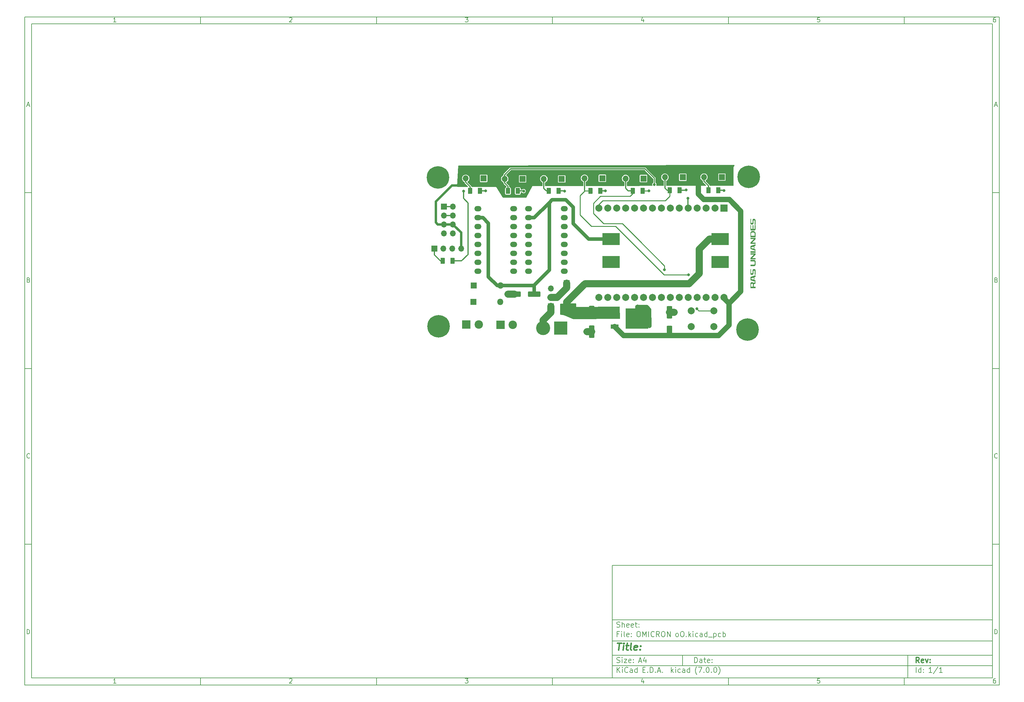
<source format=gbr>
%TF.GenerationSoftware,KiCad,Pcbnew,(7.0.0)*%
%TF.CreationDate,2023-04-21T00:05:07-05:00*%
%TF.ProjectId,OMICRON oO,4f4d4943-524f-44e2-906f-4f2e6b696361,rev?*%
%TF.SameCoordinates,Original*%
%TF.FileFunction,Copper,L1,Top*%
%TF.FilePolarity,Positive*%
%FSLAX46Y46*%
G04 Gerber Fmt 4.6, Leading zero omitted, Abs format (unit mm)*
G04 Created by KiCad (PCBNEW (7.0.0)) date 2023-04-21 00:05:07*
%MOMM*%
%LPD*%
G01*
G04 APERTURE LIST*
G04 Aperture macros list*
%AMRoundRect*
0 Rectangle with rounded corners*
0 $1 Rounding radius*
0 $2 $3 $4 $5 $6 $7 $8 $9 X,Y pos of 4 corners*
0 Add a 4 corners polygon primitive as box body*
4,1,4,$2,$3,$4,$5,$6,$7,$8,$9,$2,$3,0*
0 Add four circle primitives for the rounded corners*
1,1,$1+$1,$2,$3*
1,1,$1+$1,$4,$5*
1,1,$1+$1,$6,$7*
1,1,$1+$1,$8,$9*
0 Add four rect primitives between the rounded corners*
20,1,$1+$1,$2,$3,$4,$5,0*
20,1,$1+$1,$4,$5,$6,$7,0*
20,1,$1+$1,$6,$7,$8,$9,0*
20,1,$1+$1,$8,$9,$2,$3,0*%
G04 Aperture macros list end*
%ADD10C,0.100000*%
%ADD11C,0.150000*%
%ADD12C,0.300000*%
%ADD13C,0.400000*%
%TA.AperFunction,NonConductor*%
%ADD14C,0.300000*%
%TD*%
%TA.AperFunction,ComponentPad*%
%ADD15O,2.000000X1.524000*%
%TD*%
%TA.AperFunction,SMDPad,CuDef*%
%ADD16RoundRect,0.250000X0.375000X0.625000X-0.375000X0.625000X-0.375000X-0.625000X0.375000X-0.625000X0*%
%TD*%
%TA.AperFunction,SMDPad,CuDef*%
%ADD17RoundRect,0.250000X1.500000X0.550000X-1.500000X0.550000X-1.500000X-0.550000X1.500000X-0.550000X0*%
%TD*%
%TA.AperFunction,ComponentPad*%
%ADD18R,1.700000X1.700000*%
%TD*%
%TA.AperFunction,ComponentPad*%
%ADD19O,1.700000X1.700000*%
%TD*%
%TA.AperFunction,ComponentPad*%
%ADD20C,0.800000*%
%TD*%
%TA.AperFunction,ComponentPad*%
%ADD21C,6.400000*%
%TD*%
%TA.AperFunction,ComponentPad*%
%ADD22R,1.800000X1.800000*%
%TD*%
%TA.AperFunction,ComponentPad*%
%ADD23O,1.800000X1.800000*%
%TD*%
%TA.AperFunction,ComponentPad*%
%ADD24R,2.400000X2.400000*%
%TD*%
%TA.AperFunction,ComponentPad*%
%ADD25C,2.400000*%
%TD*%
%TA.AperFunction,SMDPad,CuDef*%
%ADD26R,2.200000X1.200000*%
%TD*%
%TA.AperFunction,SMDPad,CuDef*%
%ADD27R,6.400000X5.800000*%
%TD*%
%TA.AperFunction,ComponentPad*%
%ADD28R,3.800000X3.800000*%
%TD*%
%TA.AperFunction,ComponentPad*%
%ADD29C,4.000000*%
%TD*%
%TA.AperFunction,ComponentPad*%
%ADD30R,2.000000X2.000000*%
%TD*%
%TA.AperFunction,ComponentPad*%
%ADD31C,2.000000*%
%TD*%
%TA.AperFunction,SMDPad,CuDef*%
%ADD32RoundRect,0.250000X-0.550000X1.500000X-0.550000X-1.500000X0.550000X-1.500000X0.550000X1.500000X0*%
%TD*%
%TA.AperFunction,SMDPad,CuDef*%
%ADD33RoundRect,0.250000X0.550000X-1.500000X0.550000X1.500000X-0.550000X1.500000X-0.550000X-1.500000X0*%
%TD*%
%TA.AperFunction,ComponentPad*%
%ADD34R,5.000000X3.500000*%
%TD*%
%TA.AperFunction,ViaPad*%
%ADD35C,1.016000*%
%TD*%
%TA.AperFunction,ViaPad*%
%ADD36C,0.800000*%
%TD*%
%TA.AperFunction,Conductor*%
%ADD37C,1.000000*%
%TD*%
%TA.AperFunction,Conductor*%
%ADD38C,2.032000*%
%TD*%
%TA.AperFunction,Conductor*%
%ADD39C,1.500000*%
%TD*%
%TA.AperFunction,Conductor*%
%ADD40C,0.700000*%
%TD*%
%TA.AperFunction,Conductor*%
%ADD41C,0.300000*%
%TD*%
%TA.AperFunction,Conductor*%
%ADD42C,0.250000*%
%TD*%
G04 APERTURE END LIST*
D10*
D11*
X177002200Y-166007200D02*
X285002200Y-166007200D01*
X285002200Y-198007200D01*
X177002200Y-198007200D01*
X177002200Y-166007200D01*
D10*
D11*
X10000000Y-10000000D02*
X287002200Y-10000000D01*
X287002200Y-200007200D01*
X10000000Y-200007200D01*
X10000000Y-10000000D01*
D10*
D11*
X12000000Y-12000000D02*
X285002200Y-12000000D01*
X285002200Y-198007200D01*
X12000000Y-198007200D01*
X12000000Y-12000000D01*
D10*
D11*
X60000000Y-12000000D02*
X60000000Y-10000000D01*
D10*
D11*
X110000000Y-12000000D02*
X110000000Y-10000000D01*
D10*
D11*
X160000000Y-12000000D02*
X160000000Y-10000000D01*
D10*
D11*
X210000000Y-12000000D02*
X210000000Y-10000000D01*
D10*
D11*
X260000000Y-12000000D02*
X260000000Y-10000000D01*
D10*
D11*
X35990476Y-11477595D02*
X35247619Y-11477595D01*
X35619047Y-11477595D02*
X35619047Y-10177595D01*
X35619047Y-10177595D02*
X35495238Y-10363309D01*
X35495238Y-10363309D02*
X35371428Y-10487119D01*
X35371428Y-10487119D02*
X35247619Y-10549023D01*
D10*
D11*
X85247619Y-10301404D02*
X85309523Y-10239500D01*
X85309523Y-10239500D02*
X85433333Y-10177595D01*
X85433333Y-10177595D02*
X85742857Y-10177595D01*
X85742857Y-10177595D02*
X85866666Y-10239500D01*
X85866666Y-10239500D02*
X85928571Y-10301404D01*
X85928571Y-10301404D02*
X85990476Y-10425214D01*
X85990476Y-10425214D02*
X85990476Y-10549023D01*
X85990476Y-10549023D02*
X85928571Y-10734738D01*
X85928571Y-10734738D02*
X85185714Y-11477595D01*
X85185714Y-11477595D02*
X85990476Y-11477595D01*
D10*
D11*
X135185714Y-10177595D02*
X135990476Y-10177595D01*
X135990476Y-10177595D02*
X135557142Y-10672833D01*
X135557142Y-10672833D02*
X135742857Y-10672833D01*
X135742857Y-10672833D02*
X135866666Y-10734738D01*
X135866666Y-10734738D02*
X135928571Y-10796642D01*
X135928571Y-10796642D02*
X135990476Y-10920452D01*
X135990476Y-10920452D02*
X135990476Y-11229976D01*
X135990476Y-11229976D02*
X135928571Y-11353785D01*
X135928571Y-11353785D02*
X135866666Y-11415690D01*
X135866666Y-11415690D02*
X135742857Y-11477595D01*
X135742857Y-11477595D02*
X135371428Y-11477595D01*
X135371428Y-11477595D02*
X135247619Y-11415690D01*
X135247619Y-11415690D02*
X135185714Y-11353785D01*
D10*
D11*
X185866666Y-10610928D02*
X185866666Y-11477595D01*
X185557142Y-10115690D02*
X185247619Y-11044261D01*
X185247619Y-11044261D02*
X186052380Y-11044261D01*
D10*
D11*
X235928571Y-10177595D02*
X235309523Y-10177595D01*
X235309523Y-10177595D02*
X235247619Y-10796642D01*
X235247619Y-10796642D02*
X235309523Y-10734738D01*
X235309523Y-10734738D02*
X235433333Y-10672833D01*
X235433333Y-10672833D02*
X235742857Y-10672833D01*
X235742857Y-10672833D02*
X235866666Y-10734738D01*
X235866666Y-10734738D02*
X235928571Y-10796642D01*
X235928571Y-10796642D02*
X235990476Y-10920452D01*
X235990476Y-10920452D02*
X235990476Y-11229976D01*
X235990476Y-11229976D02*
X235928571Y-11353785D01*
X235928571Y-11353785D02*
X235866666Y-11415690D01*
X235866666Y-11415690D02*
X235742857Y-11477595D01*
X235742857Y-11477595D02*
X235433333Y-11477595D01*
X235433333Y-11477595D02*
X235309523Y-11415690D01*
X235309523Y-11415690D02*
X235247619Y-11353785D01*
D10*
D11*
X285866666Y-10177595D02*
X285619047Y-10177595D01*
X285619047Y-10177595D02*
X285495238Y-10239500D01*
X285495238Y-10239500D02*
X285433333Y-10301404D01*
X285433333Y-10301404D02*
X285309523Y-10487119D01*
X285309523Y-10487119D02*
X285247619Y-10734738D01*
X285247619Y-10734738D02*
X285247619Y-11229976D01*
X285247619Y-11229976D02*
X285309523Y-11353785D01*
X285309523Y-11353785D02*
X285371428Y-11415690D01*
X285371428Y-11415690D02*
X285495238Y-11477595D01*
X285495238Y-11477595D02*
X285742857Y-11477595D01*
X285742857Y-11477595D02*
X285866666Y-11415690D01*
X285866666Y-11415690D02*
X285928571Y-11353785D01*
X285928571Y-11353785D02*
X285990476Y-11229976D01*
X285990476Y-11229976D02*
X285990476Y-10920452D01*
X285990476Y-10920452D02*
X285928571Y-10796642D01*
X285928571Y-10796642D02*
X285866666Y-10734738D01*
X285866666Y-10734738D02*
X285742857Y-10672833D01*
X285742857Y-10672833D02*
X285495238Y-10672833D01*
X285495238Y-10672833D02*
X285371428Y-10734738D01*
X285371428Y-10734738D02*
X285309523Y-10796642D01*
X285309523Y-10796642D02*
X285247619Y-10920452D01*
D10*
D11*
X60000000Y-198007200D02*
X60000000Y-200007200D01*
D10*
D11*
X110000000Y-198007200D02*
X110000000Y-200007200D01*
D10*
D11*
X160000000Y-198007200D02*
X160000000Y-200007200D01*
D10*
D11*
X210000000Y-198007200D02*
X210000000Y-200007200D01*
D10*
D11*
X260000000Y-198007200D02*
X260000000Y-200007200D01*
D10*
D11*
X35990476Y-199484795D02*
X35247619Y-199484795D01*
X35619047Y-199484795D02*
X35619047Y-198184795D01*
X35619047Y-198184795D02*
X35495238Y-198370509D01*
X35495238Y-198370509D02*
X35371428Y-198494319D01*
X35371428Y-198494319D02*
X35247619Y-198556223D01*
D10*
D11*
X85247619Y-198308604D02*
X85309523Y-198246700D01*
X85309523Y-198246700D02*
X85433333Y-198184795D01*
X85433333Y-198184795D02*
X85742857Y-198184795D01*
X85742857Y-198184795D02*
X85866666Y-198246700D01*
X85866666Y-198246700D02*
X85928571Y-198308604D01*
X85928571Y-198308604D02*
X85990476Y-198432414D01*
X85990476Y-198432414D02*
X85990476Y-198556223D01*
X85990476Y-198556223D02*
X85928571Y-198741938D01*
X85928571Y-198741938D02*
X85185714Y-199484795D01*
X85185714Y-199484795D02*
X85990476Y-199484795D01*
D10*
D11*
X135185714Y-198184795D02*
X135990476Y-198184795D01*
X135990476Y-198184795D02*
X135557142Y-198680033D01*
X135557142Y-198680033D02*
X135742857Y-198680033D01*
X135742857Y-198680033D02*
X135866666Y-198741938D01*
X135866666Y-198741938D02*
X135928571Y-198803842D01*
X135928571Y-198803842D02*
X135990476Y-198927652D01*
X135990476Y-198927652D02*
X135990476Y-199237176D01*
X135990476Y-199237176D02*
X135928571Y-199360985D01*
X135928571Y-199360985D02*
X135866666Y-199422890D01*
X135866666Y-199422890D02*
X135742857Y-199484795D01*
X135742857Y-199484795D02*
X135371428Y-199484795D01*
X135371428Y-199484795D02*
X135247619Y-199422890D01*
X135247619Y-199422890D02*
X135185714Y-199360985D01*
D10*
D11*
X185866666Y-198618128D02*
X185866666Y-199484795D01*
X185557142Y-198122890D02*
X185247619Y-199051461D01*
X185247619Y-199051461D02*
X186052380Y-199051461D01*
D10*
D11*
X235928571Y-198184795D02*
X235309523Y-198184795D01*
X235309523Y-198184795D02*
X235247619Y-198803842D01*
X235247619Y-198803842D02*
X235309523Y-198741938D01*
X235309523Y-198741938D02*
X235433333Y-198680033D01*
X235433333Y-198680033D02*
X235742857Y-198680033D01*
X235742857Y-198680033D02*
X235866666Y-198741938D01*
X235866666Y-198741938D02*
X235928571Y-198803842D01*
X235928571Y-198803842D02*
X235990476Y-198927652D01*
X235990476Y-198927652D02*
X235990476Y-199237176D01*
X235990476Y-199237176D02*
X235928571Y-199360985D01*
X235928571Y-199360985D02*
X235866666Y-199422890D01*
X235866666Y-199422890D02*
X235742857Y-199484795D01*
X235742857Y-199484795D02*
X235433333Y-199484795D01*
X235433333Y-199484795D02*
X235309523Y-199422890D01*
X235309523Y-199422890D02*
X235247619Y-199360985D01*
D10*
D11*
X285866666Y-198184795D02*
X285619047Y-198184795D01*
X285619047Y-198184795D02*
X285495238Y-198246700D01*
X285495238Y-198246700D02*
X285433333Y-198308604D01*
X285433333Y-198308604D02*
X285309523Y-198494319D01*
X285309523Y-198494319D02*
X285247619Y-198741938D01*
X285247619Y-198741938D02*
X285247619Y-199237176D01*
X285247619Y-199237176D02*
X285309523Y-199360985D01*
X285309523Y-199360985D02*
X285371428Y-199422890D01*
X285371428Y-199422890D02*
X285495238Y-199484795D01*
X285495238Y-199484795D02*
X285742857Y-199484795D01*
X285742857Y-199484795D02*
X285866666Y-199422890D01*
X285866666Y-199422890D02*
X285928571Y-199360985D01*
X285928571Y-199360985D02*
X285990476Y-199237176D01*
X285990476Y-199237176D02*
X285990476Y-198927652D01*
X285990476Y-198927652D02*
X285928571Y-198803842D01*
X285928571Y-198803842D02*
X285866666Y-198741938D01*
X285866666Y-198741938D02*
X285742857Y-198680033D01*
X285742857Y-198680033D02*
X285495238Y-198680033D01*
X285495238Y-198680033D02*
X285371428Y-198741938D01*
X285371428Y-198741938D02*
X285309523Y-198803842D01*
X285309523Y-198803842D02*
X285247619Y-198927652D01*
D10*
D11*
X10000000Y-60000000D02*
X12000000Y-60000000D01*
D10*
D11*
X10000000Y-110000000D02*
X12000000Y-110000000D01*
D10*
D11*
X10000000Y-160000000D02*
X12000000Y-160000000D01*
D10*
D11*
X10690476Y-35106166D02*
X11309523Y-35106166D01*
X10566666Y-35477595D02*
X10999999Y-34177595D01*
X10999999Y-34177595D02*
X11433333Y-35477595D01*
D10*
D11*
X11092857Y-84796642D02*
X11278571Y-84858547D01*
X11278571Y-84858547D02*
X11340476Y-84920452D01*
X11340476Y-84920452D02*
X11402380Y-85044261D01*
X11402380Y-85044261D02*
X11402380Y-85229976D01*
X11402380Y-85229976D02*
X11340476Y-85353785D01*
X11340476Y-85353785D02*
X11278571Y-85415690D01*
X11278571Y-85415690D02*
X11154761Y-85477595D01*
X11154761Y-85477595D02*
X10659523Y-85477595D01*
X10659523Y-85477595D02*
X10659523Y-84177595D01*
X10659523Y-84177595D02*
X11092857Y-84177595D01*
X11092857Y-84177595D02*
X11216666Y-84239500D01*
X11216666Y-84239500D02*
X11278571Y-84301404D01*
X11278571Y-84301404D02*
X11340476Y-84425214D01*
X11340476Y-84425214D02*
X11340476Y-84549023D01*
X11340476Y-84549023D02*
X11278571Y-84672833D01*
X11278571Y-84672833D02*
X11216666Y-84734738D01*
X11216666Y-84734738D02*
X11092857Y-84796642D01*
X11092857Y-84796642D02*
X10659523Y-84796642D01*
D10*
D11*
X11402380Y-135353785D02*
X11340476Y-135415690D01*
X11340476Y-135415690D02*
X11154761Y-135477595D01*
X11154761Y-135477595D02*
X11030952Y-135477595D01*
X11030952Y-135477595D02*
X10845238Y-135415690D01*
X10845238Y-135415690D02*
X10721428Y-135291880D01*
X10721428Y-135291880D02*
X10659523Y-135168071D01*
X10659523Y-135168071D02*
X10597619Y-134920452D01*
X10597619Y-134920452D02*
X10597619Y-134734738D01*
X10597619Y-134734738D02*
X10659523Y-134487119D01*
X10659523Y-134487119D02*
X10721428Y-134363309D01*
X10721428Y-134363309D02*
X10845238Y-134239500D01*
X10845238Y-134239500D02*
X11030952Y-134177595D01*
X11030952Y-134177595D02*
X11154761Y-134177595D01*
X11154761Y-134177595D02*
X11340476Y-134239500D01*
X11340476Y-134239500D02*
X11402380Y-134301404D01*
D10*
D11*
X10659523Y-185477595D02*
X10659523Y-184177595D01*
X10659523Y-184177595D02*
X10969047Y-184177595D01*
X10969047Y-184177595D02*
X11154761Y-184239500D01*
X11154761Y-184239500D02*
X11278571Y-184363309D01*
X11278571Y-184363309D02*
X11340476Y-184487119D01*
X11340476Y-184487119D02*
X11402380Y-184734738D01*
X11402380Y-184734738D02*
X11402380Y-184920452D01*
X11402380Y-184920452D02*
X11340476Y-185168071D01*
X11340476Y-185168071D02*
X11278571Y-185291880D01*
X11278571Y-185291880D02*
X11154761Y-185415690D01*
X11154761Y-185415690D02*
X10969047Y-185477595D01*
X10969047Y-185477595D02*
X10659523Y-185477595D01*
D10*
D11*
X287002200Y-60000000D02*
X285002200Y-60000000D01*
D10*
D11*
X287002200Y-110000000D02*
X285002200Y-110000000D01*
D10*
D11*
X287002200Y-160000000D02*
X285002200Y-160000000D01*
D10*
D11*
X285692676Y-35106166D02*
X286311723Y-35106166D01*
X285568866Y-35477595D02*
X286002199Y-34177595D01*
X286002199Y-34177595D02*
X286435533Y-35477595D01*
D10*
D11*
X286095057Y-84796642D02*
X286280771Y-84858547D01*
X286280771Y-84858547D02*
X286342676Y-84920452D01*
X286342676Y-84920452D02*
X286404580Y-85044261D01*
X286404580Y-85044261D02*
X286404580Y-85229976D01*
X286404580Y-85229976D02*
X286342676Y-85353785D01*
X286342676Y-85353785D02*
X286280771Y-85415690D01*
X286280771Y-85415690D02*
X286156961Y-85477595D01*
X286156961Y-85477595D02*
X285661723Y-85477595D01*
X285661723Y-85477595D02*
X285661723Y-84177595D01*
X285661723Y-84177595D02*
X286095057Y-84177595D01*
X286095057Y-84177595D02*
X286218866Y-84239500D01*
X286218866Y-84239500D02*
X286280771Y-84301404D01*
X286280771Y-84301404D02*
X286342676Y-84425214D01*
X286342676Y-84425214D02*
X286342676Y-84549023D01*
X286342676Y-84549023D02*
X286280771Y-84672833D01*
X286280771Y-84672833D02*
X286218866Y-84734738D01*
X286218866Y-84734738D02*
X286095057Y-84796642D01*
X286095057Y-84796642D02*
X285661723Y-84796642D01*
D10*
D11*
X286404580Y-135353785D02*
X286342676Y-135415690D01*
X286342676Y-135415690D02*
X286156961Y-135477595D01*
X286156961Y-135477595D02*
X286033152Y-135477595D01*
X286033152Y-135477595D02*
X285847438Y-135415690D01*
X285847438Y-135415690D02*
X285723628Y-135291880D01*
X285723628Y-135291880D02*
X285661723Y-135168071D01*
X285661723Y-135168071D02*
X285599819Y-134920452D01*
X285599819Y-134920452D02*
X285599819Y-134734738D01*
X285599819Y-134734738D02*
X285661723Y-134487119D01*
X285661723Y-134487119D02*
X285723628Y-134363309D01*
X285723628Y-134363309D02*
X285847438Y-134239500D01*
X285847438Y-134239500D02*
X286033152Y-134177595D01*
X286033152Y-134177595D02*
X286156961Y-134177595D01*
X286156961Y-134177595D02*
X286342676Y-134239500D01*
X286342676Y-134239500D02*
X286404580Y-134301404D01*
D10*
D11*
X285661723Y-185477595D02*
X285661723Y-184177595D01*
X285661723Y-184177595D02*
X285971247Y-184177595D01*
X285971247Y-184177595D02*
X286156961Y-184239500D01*
X286156961Y-184239500D02*
X286280771Y-184363309D01*
X286280771Y-184363309D02*
X286342676Y-184487119D01*
X286342676Y-184487119D02*
X286404580Y-184734738D01*
X286404580Y-184734738D02*
X286404580Y-184920452D01*
X286404580Y-184920452D02*
X286342676Y-185168071D01*
X286342676Y-185168071D02*
X286280771Y-185291880D01*
X286280771Y-185291880D02*
X286156961Y-185415690D01*
X286156961Y-185415690D02*
X285971247Y-185477595D01*
X285971247Y-185477595D02*
X285661723Y-185477595D01*
D10*
D11*
X200359342Y-193658271D02*
X200359342Y-192158271D01*
X200359342Y-192158271D02*
X200716485Y-192158271D01*
X200716485Y-192158271D02*
X200930771Y-192229700D01*
X200930771Y-192229700D02*
X201073628Y-192372557D01*
X201073628Y-192372557D02*
X201145057Y-192515414D01*
X201145057Y-192515414D02*
X201216485Y-192801128D01*
X201216485Y-192801128D02*
X201216485Y-193015414D01*
X201216485Y-193015414D02*
X201145057Y-193301128D01*
X201145057Y-193301128D02*
X201073628Y-193443985D01*
X201073628Y-193443985D02*
X200930771Y-193586842D01*
X200930771Y-193586842D02*
X200716485Y-193658271D01*
X200716485Y-193658271D02*
X200359342Y-193658271D01*
X202502200Y-193658271D02*
X202502200Y-192872557D01*
X202502200Y-192872557D02*
X202430771Y-192729700D01*
X202430771Y-192729700D02*
X202287914Y-192658271D01*
X202287914Y-192658271D02*
X202002200Y-192658271D01*
X202002200Y-192658271D02*
X201859342Y-192729700D01*
X202502200Y-193586842D02*
X202359342Y-193658271D01*
X202359342Y-193658271D02*
X202002200Y-193658271D01*
X202002200Y-193658271D02*
X201859342Y-193586842D01*
X201859342Y-193586842D02*
X201787914Y-193443985D01*
X201787914Y-193443985D02*
X201787914Y-193301128D01*
X201787914Y-193301128D02*
X201859342Y-193158271D01*
X201859342Y-193158271D02*
X202002200Y-193086842D01*
X202002200Y-193086842D02*
X202359342Y-193086842D01*
X202359342Y-193086842D02*
X202502200Y-193015414D01*
X203002200Y-192658271D02*
X203573628Y-192658271D01*
X203216485Y-192158271D02*
X203216485Y-193443985D01*
X203216485Y-193443985D02*
X203287914Y-193586842D01*
X203287914Y-193586842D02*
X203430771Y-193658271D01*
X203430771Y-193658271D02*
X203573628Y-193658271D01*
X204645057Y-193586842D02*
X204502200Y-193658271D01*
X204502200Y-193658271D02*
X204216486Y-193658271D01*
X204216486Y-193658271D02*
X204073628Y-193586842D01*
X204073628Y-193586842D02*
X204002200Y-193443985D01*
X204002200Y-193443985D02*
X204002200Y-192872557D01*
X204002200Y-192872557D02*
X204073628Y-192729700D01*
X204073628Y-192729700D02*
X204216486Y-192658271D01*
X204216486Y-192658271D02*
X204502200Y-192658271D01*
X204502200Y-192658271D02*
X204645057Y-192729700D01*
X204645057Y-192729700D02*
X204716486Y-192872557D01*
X204716486Y-192872557D02*
X204716486Y-193015414D01*
X204716486Y-193015414D02*
X204002200Y-193158271D01*
X205359342Y-193515414D02*
X205430771Y-193586842D01*
X205430771Y-193586842D02*
X205359342Y-193658271D01*
X205359342Y-193658271D02*
X205287914Y-193586842D01*
X205287914Y-193586842D02*
X205359342Y-193515414D01*
X205359342Y-193515414D02*
X205359342Y-193658271D01*
X205359342Y-192729700D02*
X205430771Y-192801128D01*
X205430771Y-192801128D02*
X205359342Y-192872557D01*
X205359342Y-192872557D02*
X205287914Y-192801128D01*
X205287914Y-192801128D02*
X205359342Y-192729700D01*
X205359342Y-192729700D02*
X205359342Y-192872557D01*
D10*
D11*
X177002200Y-194507200D02*
X285002200Y-194507200D01*
D10*
D11*
X178359342Y-196458271D02*
X178359342Y-194958271D01*
X179216485Y-196458271D02*
X178573628Y-195601128D01*
X179216485Y-194958271D02*
X178359342Y-195815414D01*
X179859342Y-196458271D02*
X179859342Y-195458271D01*
X179859342Y-194958271D02*
X179787914Y-195029700D01*
X179787914Y-195029700D02*
X179859342Y-195101128D01*
X179859342Y-195101128D02*
X179930771Y-195029700D01*
X179930771Y-195029700D02*
X179859342Y-194958271D01*
X179859342Y-194958271D02*
X179859342Y-195101128D01*
X181430771Y-196315414D02*
X181359343Y-196386842D01*
X181359343Y-196386842D02*
X181145057Y-196458271D01*
X181145057Y-196458271D02*
X181002200Y-196458271D01*
X181002200Y-196458271D02*
X180787914Y-196386842D01*
X180787914Y-196386842D02*
X180645057Y-196243985D01*
X180645057Y-196243985D02*
X180573628Y-196101128D01*
X180573628Y-196101128D02*
X180502200Y-195815414D01*
X180502200Y-195815414D02*
X180502200Y-195601128D01*
X180502200Y-195601128D02*
X180573628Y-195315414D01*
X180573628Y-195315414D02*
X180645057Y-195172557D01*
X180645057Y-195172557D02*
X180787914Y-195029700D01*
X180787914Y-195029700D02*
X181002200Y-194958271D01*
X181002200Y-194958271D02*
X181145057Y-194958271D01*
X181145057Y-194958271D02*
X181359343Y-195029700D01*
X181359343Y-195029700D02*
X181430771Y-195101128D01*
X182716486Y-196458271D02*
X182716486Y-195672557D01*
X182716486Y-195672557D02*
X182645057Y-195529700D01*
X182645057Y-195529700D02*
X182502200Y-195458271D01*
X182502200Y-195458271D02*
X182216486Y-195458271D01*
X182216486Y-195458271D02*
X182073628Y-195529700D01*
X182716486Y-196386842D02*
X182573628Y-196458271D01*
X182573628Y-196458271D02*
X182216486Y-196458271D01*
X182216486Y-196458271D02*
X182073628Y-196386842D01*
X182073628Y-196386842D02*
X182002200Y-196243985D01*
X182002200Y-196243985D02*
X182002200Y-196101128D01*
X182002200Y-196101128D02*
X182073628Y-195958271D01*
X182073628Y-195958271D02*
X182216486Y-195886842D01*
X182216486Y-195886842D02*
X182573628Y-195886842D01*
X182573628Y-195886842D02*
X182716486Y-195815414D01*
X184073629Y-196458271D02*
X184073629Y-194958271D01*
X184073629Y-196386842D02*
X183930771Y-196458271D01*
X183930771Y-196458271D02*
X183645057Y-196458271D01*
X183645057Y-196458271D02*
X183502200Y-196386842D01*
X183502200Y-196386842D02*
X183430771Y-196315414D01*
X183430771Y-196315414D02*
X183359343Y-196172557D01*
X183359343Y-196172557D02*
X183359343Y-195743985D01*
X183359343Y-195743985D02*
X183430771Y-195601128D01*
X183430771Y-195601128D02*
X183502200Y-195529700D01*
X183502200Y-195529700D02*
X183645057Y-195458271D01*
X183645057Y-195458271D02*
X183930771Y-195458271D01*
X183930771Y-195458271D02*
X184073629Y-195529700D01*
X185687914Y-195672557D02*
X186187914Y-195672557D01*
X186402200Y-196458271D02*
X185687914Y-196458271D01*
X185687914Y-196458271D02*
X185687914Y-194958271D01*
X185687914Y-194958271D02*
X186402200Y-194958271D01*
X187045057Y-196315414D02*
X187116486Y-196386842D01*
X187116486Y-196386842D02*
X187045057Y-196458271D01*
X187045057Y-196458271D02*
X186973629Y-196386842D01*
X186973629Y-196386842D02*
X187045057Y-196315414D01*
X187045057Y-196315414D02*
X187045057Y-196458271D01*
X187759343Y-196458271D02*
X187759343Y-194958271D01*
X187759343Y-194958271D02*
X188116486Y-194958271D01*
X188116486Y-194958271D02*
X188330772Y-195029700D01*
X188330772Y-195029700D02*
X188473629Y-195172557D01*
X188473629Y-195172557D02*
X188545058Y-195315414D01*
X188545058Y-195315414D02*
X188616486Y-195601128D01*
X188616486Y-195601128D02*
X188616486Y-195815414D01*
X188616486Y-195815414D02*
X188545058Y-196101128D01*
X188545058Y-196101128D02*
X188473629Y-196243985D01*
X188473629Y-196243985D02*
X188330772Y-196386842D01*
X188330772Y-196386842D02*
X188116486Y-196458271D01*
X188116486Y-196458271D02*
X187759343Y-196458271D01*
X189259343Y-196315414D02*
X189330772Y-196386842D01*
X189330772Y-196386842D02*
X189259343Y-196458271D01*
X189259343Y-196458271D02*
X189187915Y-196386842D01*
X189187915Y-196386842D02*
X189259343Y-196315414D01*
X189259343Y-196315414D02*
X189259343Y-196458271D01*
X189902201Y-196029700D02*
X190616487Y-196029700D01*
X189759344Y-196458271D02*
X190259344Y-194958271D01*
X190259344Y-194958271D02*
X190759344Y-196458271D01*
X191259343Y-196315414D02*
X191330772Y-196386842D01*
X191330772Y-196386842D02*
X191259343Y-196458271D01*
X191259343Y-196458271D02*
X191187915Y-196386842D01*
X191187915Y-196386842D02*
X191259343Y-196315414D01*
X191259343Y-196315414D02*
X191259343Y-196458271D01*
X193773629Y-196458271D02*
X193773629Y-194958271D01*
X193916487Y-195886842D02*
X194345058Y-196458271D01*
X194345058Y-195458271D02*
X193773629Y-196029700D01*
X194987915Y-196458271D02*
X194987915Y-195458271D01*
X194987915Y-194958271D02*
X194916487Y-195029700D01*
X194916487Y-195029700D02*
X194987915Y-195101128D01*
X194987915Y-195101128D02*
X195059344Y-195029700D01*
X195059344Y-195029700D02*
X194987915Y-194958271D01*
X194987915Y-194958271D02*
X194987915Y-195101128D01*
X196345059Y-196386842D02*
X196202201Y-196458271D01*
X196202201Y-196458271D02*
X195916487Y-196458271D01*
X195916487Y-196458271D02*
X195773630Y-196386842D01*
X195773630Y-196386842D02*
X195702201Y-196315414D01*
X195702201Y-196315414D02*
X195630773Y-196172557D01*
X195630773Y-196172557D02*
X195630773Y-195743985D01*
X195630773Y-195743985D02*
X195702201Y-195601128D01*
X195702201Y-195601128D02*
X195773630Y-195529700D01*
X195773630Y-195529700D02*
X195916487Y-195458271D01*
X195916487Y-195458271D02*
X196202201Y-195458271D01*
X196202201Y-195458271D02*
X196345059Y-195529700D01*
X197630773Y-196458271D02*
X197630773Y-195672557D01*
X197630773Y-195672557D02*
X197559344Y-195529700D01*
X197559344Y-195529700D02*
X197416487Y-195458271D01*
X197416487Y-195458271D02*
X197130773Y-195458271D01*
X197130773Y-195458271D02*
X196987915Y-195529700D01*
X197630773Y-196386842D02*
X197487915Y-196458271D01*
X197487915Y-196458271D02*
X197130773Y-196458271D01*
X197130773Y-196458271D02*
X196987915Y-196386842D01*
X196987915Y-196386842D02*
X196916487Y-196243985D01*
X196916487Y-196243985D02*
X196916487Y-196101128D01*
X196916487Y-196101128D02*
X196987915Y-195958271D01*
X196987915Y-195958271D02*
X197130773Y-195886842D01*
X197130773Y-195886842D02*
X197487915Y-195886842D01*
X197487915Y-195886842D02*
X197630773Y-195815414D01*
X198987916Y-196458271D02*
X198987916Y-194958271D01*
X198987916Y-196386842D02*
X198845058Y-196458271D01*
X198845058Y-196458271D02*
X198559344Y-196458271D01*
X198559344Y-196458271D02*
X198416487Y-196386842D01*
X198416487Y-196386842D02*
X198345058Y-196315414D01*
X198345058Y-196315414D02*
X198273630Y-196172557D01*
X198273630Y-196172557D02*
X198273630Y-195743985D01*
X198273630Y-195743985D02*
X198345058Y-195601128D01*
X198345058Y-195601128D02*
X198416487Y-195529700D01*
X198416487Y-195529700D02*
X198559344Y-195458271D01*
X198559344Y-195458271D02*
X198845058Y-195458271D01*
X198845058Y-195458271D02*
X198987916Y-195529700D01*
X201030773Y-197029700D02*
X200959344Y-196958271D01*
X200959344Y-196958271D02*
X200816487Y-196743985D01*
X200816487Y-196743985D02*
X200745059Y-196601128D01*
X200745059Y-196601128D02*
X200673630Y-196386842D01*
X200673630Y-196386842D02*
X200602201Y-196029700D01*
X200602201Y-196029700D02*
X200602201Y-195743985D01*
X200602201Y-195743985D02*
X200673630Y-195386842D01*
X200673630Y-195386842D02*
X200745059Y-195172557D01*
X200745059Y-195172557D02*
X200816487Y-195029700D01*
X200816487Y-195029700D02*
X200959344Y-194815414D01*
X200959344Y-194815414D02*
X201030773Y-194743985D01*
X201459344Y-194958271D02*
X202459344Y-194958271D01*
X202459344Y-194958271D02*
X201816487Y-196458271D01*
X203030772Y-196315414D02*
X203102201Y-196386842D01*
X203102201Y-196386842D02*
X203030772Y-196458271D01*
X203030772Y-196458271D02*
X202959344Y-196386842D01*
X202959344Y-196386842D02*
X203030772Y-196315414D01*
X203030772Y-196315414D02*
X203030772Y-196458271D01*
X204030773Y-194958271D02*
X204173630Y-194958271D01*
X204173630Y-194958271D02*
X204316487Y-195029700D01*
X204316487Y-195029700D02*
X204387916Y-195101128D01*
X204387916Y-195101128D02*
X204459344Y-195243985D01*
X204459344Y-195243985D02*
X204530773Y-195529700D01*
X204530773Y-195529700D02*
X204530773Y-195886842D01*
X204530773Y-195886842D02*
X204459344Y-196172557D01*
X204459344Y-196172557D02*
X204387916Y-196315414D01*
X204387916Y-196315414D02*
X204316487Y-196386842D01*
X204316487Y-196386842D02*
X204173630Y-196458271D01*
X204173630Y-196458271D02*
X204030773Y-196458271D01*
X204030773Y-196458271D02*
X203887916Y-196386842D01*
X203887916Y-196386842D02*
X203816487Y-196315414D01*
X203816487Y-196315414D02*
X203745058Y-196172557D01*
X203745058Y-196172557D02*
X203673630Y-195886842D01*
X203673630Y-195886842D02*
X203673630Y-195529700D01*
X203673630Y-195529700D02*
X203745058Y-195243985D01*
X203745058Y-195243985D02*
X203816487Y-195101128D01*
X203816487Y-195101128D02*
X203887916Y-195029700D01*
X203887916Y-195029700D02*
X204030773Y-194958271D01*
X205173629Y-196315414D02*
X205245058Y-196386842D01*
X205245058Y-196386842D02*
X205173629Y-196458271D01*
X205173629Y-196458271D02*
X205102201Y-196386842D01*
X205102201Y-196386842D02*
X205173629Y-196315414D01*
X205173629Y-196315414D02*
X205173629Y-196458271D01*
X206173630Y-194958271D02*
X206316487Y-194958271D01*
X206316487Y-194958271D02*
X206459344Y-195029700D01*
X206459344Y-195029700D02*
X206530773Y-195101128D01*
X206530773Y-195101128D02*
X206602201Y-195243985D01*
X206602201Y-195243985D02*
X206673630Y-195529700D01*
X206673630Y-195529700D02*
X206673630Y-195886842D01*
X206673630Y-195886842D02*
X206602201Y-196172557D01*
X206602201Y-196172557D02*
X206530773Y-196315414D01*
X206530773Y-196315414D02*
X206459344Y-196386842D01*
X206459344Y-196386842D02*
X206316487Y-196458271D01*
X206316487Y-196458271D02*
X206173630Y-196458271D01*
X206173630Y-196458271D02*
X206030773Y-196386842D01*
X206030773Y-196386842D02*
X205959344Y-196315414D01*
X205959344Y-196315414D02*
X205887915Y-196172557D01*
X205887915Y-196172557D02*
X205816487Y-195886842D01*
X205816487Y-195886842D02*
X205816487Y-195529700D01*
X205816487Y-195529700D02*
X205887915Y-195243985D01*
X205887915Y-195243985D02*
X205959344Y-195101128D01*
X205959344Y-195101128D02*
X206030773Y-195029700D01*
X206030773Y-195029700D02*
X206173630Y-194958271D01*
X207173629Y-197029700D02*
X207245058Y-196958271D01*
X207245058Y-196958271D02*
X207387915Y-196743985D01*
X207387915Y-196743985D02*
X207459344Y-196601128D01*
X207459344Y-196601128D02*
X207530772Y-196386842D01*
X207530772Y-196386842D02*
X207602201Y-196029700D01*
X207602201Y-196029700D02*
X207602201Y-195743985D01*
X207602201Y-195743985D02*
X207530772Y-195386842D01*
X207530772Y-195386842D02*
X207459344Y-195172557D01*
X207459344Y-195172557D02*
X207387915Y-195029700D01*
X207387915Y-195029700D02*
X207245058Y-194815414D01*
X207245058Y-194815414D02*
X207173629Y-194743985D01*
D10*
D11*
X177002200Y-191507200D02*
X285002200Y-191507200D01*
D10*
D12*
X264216485Y-193658271D02*
X263716485Y-192943985D01*
X263359342Y-193658271D02*
X263359342Y-192158271D01*
X263359342Y-192158271D02*
X263930771Y-192158271D01*
X263930771Y-192158271D02*
X264073628Y-192229700D01*
X264073628Y-192229700D02*
X264145057Y-192301128D01*
X264145057Y-192301128D02*
X264216485Y-192443985D01*
X264216485Y-192443985D02*
X264216485Y-192658271D01*
X264216485Y-192658271D02*
X264145057Y-192801128D01*
X264145057Y-192801128D02*
X264073628Y-192872557D01*
X264073628Y-192872557D02*
X263930771Y-192943985D01*
X263930771Y-192943985D02*
X263359342Y-192943985D01*
X265430771Y-193586842D02*
X265287914Y-193658271D01*
X265287914Y-193658271D02*
X265002200Y-193658271D01*
X265002200Y-193658271D02*
X264859342Y-193586842D01*
X264859342Y-193586842D02*
X264787914Y-193443985D01*
X264787914Y-193443985D02*
X264787914Y-192872557D01*
X264787914Y-192872557D02*
X264859342Y-192729700D01*
X264859342Y-192729700D02*
X265002200Y-192658271D01*
X265002200Y-192658271D02*
X265287914Y-192658271D01*
X265287914Y-192658271D02*
X265430771Y-192729700D01*
X265430771Y-192729700D02*
X265502200Y-192872557D01*
X265502200Y-192872557D02*
X265502200Y-193015414D01*
X265502200Y-193015414D02*
X264787914Y-193158271D01*
X266002199Y-192658271D02*
X266359342Y-193658271D01*
X266359342Y-193658271D02*
X266716485Y-192658271D01*
X267287913Y-193515414D02*
X267359342Y-193586842D01*
X267359342Y-193586842D02*
X267287913Y-193658271D01*
X267287913Y-193658271D02*
X267216485Y-193586842D01*
X267216485Y-193586842D02*
X267287913Y-193515414D01*
X267287913Y-193515414D02*
X267287913Y-193658271D01*
X267287913Y-192729700D02*
X267359342Y-192801128D01*
X267359342Y-192801128D02*
X267287913Y-192872557D01*
X267287913Y-192872557D02*
X267216485Y-192801128D01*
X267216485Y-192801128D02*
X267287913Y-192729700D01*
X267287913Y-192729700D02*
X267287913Y-192872557D01*
D10*
D11*
X178287914Y-193586842D02*
X178502200Y-193658271D01*
X178502200Y-193658271D02*
X178859342Y-193658271D01*
X178859342Y-193658271D02*
X179002200Y-193586842D01*
X179002200Y-193586842D02*
X179073628Y-193515414D01*
X179073628Y-193515414D02*
X179145057Y-193372557D01*
X179145057Y-193372557D02*
X179145057Y-193229700D01*
X179145057Y-193229700D02*
X179073628Y-193086842D01*
X179073628Y-193086842D02*
X179002200Y-193015414D01*
X179002200Y-193015414D02*
X178859342Y-192943985D01*
X178859342Y-192943985D02*
X178573628Y-192872557D01*
X178573628Y-192872557D02*
X178430771Y-192801128D01*
X178430771Y-192801128D02*
X178359342Y-192729700D01*
X178359342Y-192729700D02*
X178287914Y-192586842D01*
X178287914Y-192586842D02*
X178287914Y-192443985D01*
X178287914Y-192443985D02*
X178359342Y-192301128D01*
X178359342Y-192301128D02*
X178430771Y-192229700D01*
X178430771Y-192229700D02*
X178573628Y-192158271D01*
X178573628Y-192158271D02*
X178930771Y-192158271D01*
X178930771Y-192158271D02*
X179145057Y-192229700D01*
X179787913Y-193658271D02*
X179787913Y-192658271D01*
X179787913Y-192158271D02*
X179716485Y-192229700D01*
X179716485Y-192229700D02*
X179787913Y-192301128D01*
X179787913Y-192301128D02*
X179859342Y-192229700D01*
X179859342Y-192229700D02*
X179787913Y-192158271D01*
X179787913Y-192158271D02*
X179787913Y-192301128D01*
X180359342Y-192658271D02*
X181145057Y-192658271D01*
X181145057Y-192658271D02*
X180359342Y-193658271D01*
X180359342Y-193658271D02*
X181145057Y-193658271D01*
X182287914Y-193586842D02*
X182145057Y-193658271D01*
X182145057Y-193658271D02*
X181859343Y-193658271D01*
X181859343Y-193658271D02*
X181716485Y-193586842D01*
X181716485Y-193586842D02*
X181645057Y-193443985D01*
X181645057Y-193443985D02*
X181645057Y-192872557D01*
X181645057Y-192872557D02*
X181716485Y-192729700D01*
X181716485Y-192729700D02*
X181859343Y-192658271D01*
X181859343Y-192658271D02*
X182145057Y-192658271D01*
X182145057Y-192658271D02*
X182287914Y-192729700D01*
X182287914Y-192729700D02*
X182359343Y-192872557D01*
X182359343Y-192872557D02*
X182359343Y-193015414D01*
X182359343Y-193015414D02*
X181645057Y-193158271D01*
X183002199Y-193515414D02*
X183073628Y-193586842D01*
X183073628Y-193586842D02*
X183002199Y-193658271D01*
X183002199Y-193658271D02*
X182930771Y-193586842D01*
X182930771Y-193586842D02*
X183002199Y-193515414D01*
X183002199Y-193515414D02*
X183002199Y-193658271D01*
X183002199Y-192729700D02*
X183073628Y-192801128D01*
X183073628Y-192801128D02*
X183002199Y-192872557D01*
X183002199Y-192872557D02*
X182930771Y-192801128D01*
X182930771Y-192801128D02*
X183002199Y-192729700D01*
X183002199Y-192729700D02*
X183002199Y-192872557D01*
X184545057Y-193229700D02*
X185259343Y-193229700D01*
X184402200Y-193658271D02*
X184902200Y-192158271D01*
X184902200Y-192158271D02*
X185402200Y-193658271D01*
X186545057Y-192658271D02*
X186545057Y-193658271D01*
X186187914Y-192086842D02*
X185830771Y-193158271D01*
X185830771Y-193158271D02*
X186759342Y-193158271D01*
D10*
D11*
X263359342Y-196458271D02*
X263359342Y-194958271D01*
X264716486Y-196458271D02*
X264716486Y-194958271D01*
X264716486Y-196386842D02*
X264573628Y-196458271D01*
X264573628Y-196458271D02*
X264287914Y-196458271D01*
X264287914Y-196458271D02*
X264145057Y-196386842D01*
X264145057Y-196386842D02*
X264073628Y-196315414D01*
X264073628Y-196315414D02*
X264002200Y-196172557D01*
X264002200Y-196172557D02*
X264002200Y-195743985D01*
X264002200Y-195743985D02*
X264073628Y-195601128D01*
X264073628Y-195601128D02*
X264145057Y-195529700D01*
X264145057Y-195529700D02*
X264287914Y-195458271D01*
X264287914Y-195458271D02*
X264573628Y-195458271D01*
X264573628Y-195458271D02*
X264716486Y-195529700D01*
X265430771Y-196315414D02*
X265502200Y-196386842D01*
X265502200Y-196386842D02*
X265430771Y-196458271D01*
X265430771Y-196458271D02*
X265359343Y-196386842D01*
X265359343Y-196386842D02*
X265430771Y-196315414D01*
X265430771Y-196315414D02*
X265430771Y-196458271D01*
X265430771Y-195529700D02*
X265502200Y-195601128D01*
X265502200Y-195601128D02*
X265430771Y-195672557D01*
X265430771Y-195672557D02*
X265359343Y-195601128D01*
X265359343Y-195601128D02*
X265430771Y-195529700D01*
X265430771Y-195529700D02*
X265430771Y-195672557D01*
X267830772Y-196458271D02*
X266973629Y-196458271D01*
X267402200Y-196458271D02*
X267402200Y-194958271D01*
X267402200Y-194958271D02*
X267259343Y-195172557D01*
X267259343Y-195172557D02*
X267116486Y-195315414D01*
X267116486Y-195315414D02*
X266973629Y-195386842D01*
X269545057Y-194886842D02*
X268259343Y-196815414D01*
X270830772Y-196458271D02*
X269973629Y-196458271D01*
X270402200Y-196458271D02*
X270402200Y-194958271D01*
X270402200Y-194958271D02*
X270259343Y-195172557D01*
X270259343Y-195172557D02*
X270116486Y-195315414D01*
X270116486Y-195315414D02*
X269973629Y-195386842D01*
D10*
D11*
X177002200Y-187507200D02*
X285002200Y-187507200D01*
D10*
D13*
X178454580Y-188041961D02*
X179597438Y-188041961D01*
X178776009Y-190041961D02*
X179026009Y-188041961D01*
X180014105Y-190041961D02*
X180180771Y-188708628D01*
X180264105Y-188041961D02*
X180156962Y-188137200D01*
X180156962Y-188137200D02*
X180240295Y-188232438D01*
X180240295Y-188232438D02*
X180347438Y-188137200D01*
X180347438Y-188137200D02*
X180264105Y-188041961D01*
X180264105Y-188041961D02*
X180240295Y-188232438D01*
X180847438Y-188708628D02*
X181609343Y-188708628D01*
X181216486Y-188041961D02*
X181002200Y-189756247D01*
X181002200Y-189756247D02*
X181073629Y-189946723D01*
X181073629Y-189946723D02*
X181252200Y-190041961D01*
X181252200Y-190041961D02*
X181442676Y-190041961D01*
X182395057Y-190041961D02*
X182216486Y-189946723D01*
X182216486Y-189946723D02*
X182145057Y-189756247D01*
X182145057Y-189756247D02*
X182359343Y-188041961D01*
X183930771Y-189946723D02*
X183728390Y-190041961D01*
X183728390Y-190041961D02*
X183347438Y-190041961D01*
X183347438Y-190041961D02*
X183168867Y-189946723D01*
X183168867Y-189946723D02*
X183097438Y-189756247D01*
X183097438Y-189756247D02*
X183192676Y-188994342D01*
X183192676Y-188994342D02*
X183311724Y-188803866D01*
X183311724Y-188803866D02*
X183514105Y-188708628D01*
X183514105Y-188708628D02*
X183895057Y-188708628D01*
X183895057Y-188708628D02*
X184073628Y-188803866D01*
X184073628Y-188803866D02*
X184145057Y-188994342D01*
X184145057Y-188994342D02*
X184121247Y-189184819D01*
X184121247Y-189184819D02*
X183145057Y-189375295D01*
X184895057Y-189851485D02*
X184978391Y-189946723D01*
X184978391Y-189946723D02*
X184871248Y-190041961D01*
X184871248Y-190041961D02*
X184787914Y-189946723D01*
X184787914Y-189946723D02*
X184895057Y-189851485D01*
X184895057Y-189851485D02*
X184871248Y-190041961D01*
X185026010Y-188803866D02*
X185109343Y-188899104D01*
X185109343Y-188899104D02*
X185002200Y-188994342D01*
X185002200Y-188994342D02*
X184918867Y-188899104D01*
X184918867Y-188899104D02*
X185026010Y-188803866D01*
X185026010Y-188803866D02*
X185002200Y-188994342D01*
D10*
D11*
X178859342Y-185472557D02*
X178359342Y-185472557D01*
X178359342Y-186258271D02*
X178359342Y-184758271D01*
X178359342Y-184758271D02*
X179073628Y-184758271D01*
X179645056Y-186258271D02*
X179645056Y-185258271D01*
X179645056Y-184758271D02*
X179573628Y-184829700D01*
X179573628Y-184829700D02*
X179645056Y-184901128D01*
X179645056Y-184901128D02*
X179716485Y-184829700D01*
X179716485Y-184829700D02*
X179645056Y-184758271D01*
X179645056Y-184758271D02*
X179645056Y-184901128D01*
X180573628Y-186258271D02*
X180430771Y-186186842D01*
X180430771Y-186186842D02*
X180359342Y-186043985D01*
X180359342Y-186043985D02*
X180359342Y-184758271D01*
X181716485Y-186186842D02*
X181573628Y-186258271D01*
X181573628Y-186258271D02*
X181287914Y-186258271D01*
X181287914Y-186258271D02*
X181145056Y-186186842D01*
X181145056Y-186186842D02*
X181073628Y-186043985D01*
X181073628Y-186043985D02*
X181073628Y-185472557D01*
X181073628Y-185472557D02*
X181145056Y-185329700D01*
X181145056Y-185329700D02*
X181287914Y-185258271D01*
X181287914Y-185258271D02*
X181573628Y-185258271D01*
X181573628Y-185258271D02*
X181716485Y-185329700D01*
X181716485Y-185329700D02*
X181787914Y-185472557D01*
X181787914Y-185472557D02*
X181787914Y-185615414D01*
X181787914Y-185615414D02*
X181073628Y-185758271D01*
X182430770Y-186115414D02*
X182502199Y-186186842D01*
X182502199Y-186186842D02*
X182430770Y-186258271D01*
X182430770Y-186258271D02*
X182359342Y-186186842D01*
X182359342Y-186186842D02*
X182430770Y-186115414D01*
X182430770Y-186115414D02*
X182430770Y-186258271D01*
X182430770Y-185329700D02*
X182502199Y-185401128D01*
X182502199Y-185401128D02*
X182430770Y-185472557D01*
X182430770Y-185472557D02*
X182359342Y-185401128D01*
X182359342Y-185401128D02*
X182430770Y-185329700D01*
X182430770Y-185329700D02*
X182430770Y-185472557D01*
X184330771Y-184758271D02*
X184616485Y-184758271D01*
X184616485Y-184758271D02*
X184759342Y-184829700D01*
X184759342Y-184829700D02*
X184902199Y-184972557D01*
X184902199Y-184972557D02*
X184973628Y-185258271D01*
X184973628Y-185258271D02*
X184973628Y-185758271D01*
X184973628Y-185758271D02*
X184902199Y-186043985D01*
X184902199Y-186043985D02*
X184759342Y-186186842D01*
X184759342Y-186186842D02*
X184616485Y-186258271D01*
X184616485Y-186258271D02*
X184330771Y-186258271D01*
X184330771Y-186258271D02*
X184187914Y-186186842D01*
X184187914Y-186186842D02*
X184045056Y-186043985D01*
X184045056Y-186043985D02*
X183973628Y-185758271D01*
X183973628Y-185758271D02*
X183973628Y-185258271D01*
X183973628Y-185258271D02*
X184045056Y-184972557D01*
X184045056Y-184972557D02*
X184187914Y-184829700D01*
X184187914Y-184829700D02*
X184330771Y-184758271D01*
X185616485Y-186258271D02*
X185616485Y-184758271D01*
X185616485Y-184758271D02*
X186116485Y-185829700D01*
X186116485Y-185829700D02*
X186616485Y-184758271D01*
X186616485Y-184758271D02*
X186616485Y-186258271D01*
X187330771Y-186258271D02*
X187330771Y-184758271D01*
X188902200Y-186115414D02*
X188830772Y-186186842D01*
X188830772Y-186186842D02*
X188616486Y-186258271D01*
X188616486Y-186258271D02*
X188473629Y-186258271D01*
X188473629Y-186258271D02*
X188259343Y-186186842D01*
X188259343Y-186186842D02*
X188116486Y-186043985D01*
X188116486Y-186043985D02*
X188045057Y-185901128D01*
X188045057Y-185901128D02*
X187973629Y-185615414D01*
X187973629Y-185615414D02*
X187973629Y-185401128D01*
X187973629Y-185401128D02*
X188045057Y-185115414D01*
X188045057Y-185115414D02*
X188116486Y-184972557D01*
X188116486Y-184972557D02*
X188259343Y-184829700D01*
X188259343Y-184829700D02*
X188473629Y-184758271D01*
X188473629Y-184758271D02*
X188616486Y-184758271D01*
X188616486Y-184758271D02*
X188830772Y-184829700D01*
X188830772Y-184829700D02*
X188902200Y-184901128D01*
X190402200Y-186258271D02*
X189902200Y-185543985D01*
X189545057Y-186258271D02*
X189545057Y-184758271D01*
X189545057Y-184758271D02*
X190116486Y-184758271D01*
X190116486Y-184758271D02*
X190259343Y-184829700D01*
X190259343Y-184829700D02*
X190330772Y-184901128D01*
X190330772Y-184901128D02*
X190402200Y-185043985D01*
X190402200Y-185043985D02*
X190402200Y-185258271D01*
X190402200Y-185258271D02*
X190330772Y-185401128D01*
X190330772Y-185401128D02*
X190259343Y-185472557D01*
X190259343Y-185472557D02*
X190116486Y-185543985D01*
X190116486Y-185543985D02*
X189545057Y-185543985D01*
X191330772Y-184758271D02*
X191616486Y-184758271D01*
X191616486Y-184758271D02*
X191759343Y-184829700D01*
X191759343Y-184829700D02*
X191902200Y-184972557D01*
X191902200Y-184972557D02*
X191973629Y-185258271D01*
X191973629Y-185258271D02*
X191973629Y-185758271D01*
X191973629Y-185758271D02*
X191902200Y-186043985D01*
X191902200Y-186043985D02*
X191759343Y-186186842D01*
X191759343Y-186186842D02*
X191616486Y-186258271D01*
X191616486Y-186258271D02*
X191330772Y-186258271D01*
X191330772Y-186258271D02*
X191187915Y-186186842D01*
X191187915Y-186186842D02*
X191045057Y-186043985D01*
X191045057Y-186043985D02*
X190973629Y-185758271D01*
X190973629Y-185758271D02*
X190973629Y-185258271D01*
X190973629Y-185258271D02*
X191045057Y-184972557D01*
X191045057Y-184972557D02*
X191187915Y-184829700D01*
X191187915Y-184829700D02*
X191330772Y-184758271D01*
X192616486Y-186258271D02*
X192616486Y-184758271D01*
X192616486Y-184758271D02*
X193473629Y-186258271D01*
X193473629Y-186258271D02*
X193473629Y-184758271D01*
X195302201Y-186258271D02*
X195159344Y-186186842D01*
X195159344Y-186186842D02*
X195087915Y-186115414D01*
X195087915Y-186115414D02*
X195016487Y-185972557D01*
X195016487Y-185972557D02*
X195016487Y-185543985D01*
X195016487Y-185543985D02*
X195087915Y-185401128D01*
X195087915Y-185401128D02*
X195159344Y-185329700D01*
X195159344Y-185329700D02*
X195302201Y-185258271D01*
X195302201Y-185258271D02*
X195516487Y-185258271D01*
X195516487Y-185258271D02*
X195659344Y-185329700D01*
X195659344Y-185329700D02*
X195730773Y-185401128D01*
X195730773Y-185401128D02*
X195802201Y-185543985D01*
X195802201Y-185543985D02*
X195802201Y-185972557D01*
X195802201Y-185972557D02*
X195730773Y-186115414D01*
X195730773Y-186115414D02*
X195659344Y-186186842D01*
X195659344Y-186186842D02*
X195516487Y-186258271D01*
X195516487Y-186258271D02*
X195302201Y-186258271D01*
X196730773Y-184758271D02*
X197016487Y-184758271D01*
X197016487Y-184758271D02*
X197159344Y-184829700D01*
X197159344Y-184829700D02*
X197302201Y-184972557D01*
X197302201Y-184972557D02*
X197373630Y-185258271D01*
X197373630Y-185258271D02*
X197373630Y-185758271D01*
X197373630Y-185758271D02*
X197302201Y-186043985D01*
X197302201Y-186043985D02*
X197159344Y-186186842D01*
X197159344Y-186186842D02*
X197016487Y-186258271D01*
X197016487Y-186258271D02*
X196730773Y-186258271D01*
X196730773Y-186258271D02*
X196587916Y-186186842D01*
X196587916Y-186186842D02*
X196445058Y-186043985D01*
X196445058Y-186043985D02*
X196373630Y-185758271D01*
X196373630Y-185758271D02*
X196373630Y-185258271D01*
X196373630Y-185258271D02*
X196445058Y-184972557D01*
X196445058Y-184972557D02*
X196587916Y-184829700D01*
X196587916Y-184829700D02*
X196730773Y-184758271D01*
X198016487Y-186115414D02*
X198087916Y-186186842D01*
X198087916Y-186186842D02*
X198016487Y-186258271D01*
X198016487Y-186258271D02*
X197945059Y-186186842D01*
X197945059Y-186186842D02*
X198016487Y-186115414D01*
X198016487Y-186115414D02*
X198016487Y-186258271D01*
X198730773Y-186258271D02*
X198730773Y-184758271D01*
X198873631Y-185686842D02*
X199302202Y-186258271D01*
X199302202Y-185258271D02*
X198730773Y-185829700D01*
X199945059Y-186258271D02*
X199945059Y-185258271D01*
X199945059Y-184758271D02*
X199873631Y-184829700D01*
X199873631Y-184829700D02*
X199945059Y-184901128D01*
X199945059Y-184901128D02*
X200016488Y-184829700D01*
X200016488Y-184829700D02*
X199945059Y-184758271D01*
X199945059Y-184758271D02*
X199945059Y-184901128D01*
X201302203Y-186186842D02*
X201159345Y-186258271D01*
X201159345Y-186258271D02*
X200873631Y-186258271D01*
X200873631Y-186258271D02*
X200730774Y-186186842D01*
X200730774Y-186186842D02*
X200659345Y-186115414D01*
X200659345Y-186115414D02*
X200587917Y-185972557D01*
X200587917Y-185972557D02*
X200587917Y-185543985D01*
X200587917Y-185543985D02*
X200659345Y-185401128D01*
X200659345Y-185401128D02*
X200730774Y-185329700D01*
X200730774Y-185329700D02*
X200873631Y-185258271D01*
X200873631Y-185258271D02*
X201159345Y-185258271D01*
X201159345Y-185258271D02*
X201302203Y-185329700D01*
X202587917Y-186258271D02*
X202587917Y-185472557D01*
X202587917Y-185472557D02*
X202516488Y-185329700D01*
X202516488Y-185329700D02*
X202373631Y-185258271D01*
X202373631Y-185258271D02*
X202087917Y-185258271D01*
X202087917Y-185258271D02*
X201945059Y-185329700D01*
X202587917Y-186186842D02*
X202445059Y-186258271D01*
X202445059Y-186258271D02*
X202087917Y-186258271D01*
X202087917Y-186258271D02*
X201945059Y-186186842D01*
X201945059Y-186186842D02*
X201873631Y-186043985D01*
X201873631Y-186043985D02*
X201873631Y-185901128D01*
X201873631Y-185901128D02*
X201945059Y-185758271D01*
X201945059Y-185758271D02*
X202087917Y-185686842D01*
X202087917Y-185686842D02*
X202445059Y-185686842D01*
X202445059Y-185686842D02*
X202587917Y-185615414D01*
X203945060Y-186258271D02*
X203945060Y-184758271D01*
X203945060Y-186186842D02*
X203802202Y-186258271D01*
X203802202Y-186258271D02*
X203516488Y-186258271D01*
X203516488Y-186258271D02*
X203373631Y-186186842D01*
X203373631Y-186186842D02*
X203302202Y-186115414D01*
X203302202Y-186115414D02*
X203230774Y-185972557D01*
X203230774Y-185972557D02*
X203230774Y-185543985D01*
X203230774Y-185543985D02*
X203302202Y-185401128D01*
X203302202Y-185401128D02*
X203373631Y-185329700D01*
X203373631Y-185329700D02*
X203516488Y-185258271D01*
X203516488Y-185258271D02*
X203802202Y-185258271D01*
X203802202Y-185258271D02*
X203945060Y-185329700D01*
X204302203Y-186401128D02*
X205445060Y-186401128D01*
X205802202Y-185258271D02*
X205802202Y-186758271D01*
X205802202Y-185329700D02*
X205945060Y-185258271D01*
X205945060Y-185258271D02*
X206230774Y-185258271D01*
X206230774Y-185258271D02*
X206373631Y-185329700D01*
X206373631Y-185329700D02*
X206445060Y-185401128D01*
X206445060Y-185401128D02*
X206516488Y-185543985D01*
X206516488Y-185543985D02*
X206516488Y-185972557D01*
X206516488Y-185972557D02*
X206445060Y-186115414D01*
X206445060Y-186115414D02*
X206373631Y-186186842D01*
X206373631Y-186186842D02*
X206230774Y-186258271D01*
X206230774Y-186258271D02*
X205945060Y-186258271D01*
X205945060Y-186258271D02*
X205802202Y-186186842D01*
X207802203Y-186186842D02*
X207659345Y-186258271D01*
X207659345Y-186258271D02*
X207373631Y-186258271D01*
X207373631Y-186258271D02*
X207230774Y-186186842D01*
X207230774Y-186186842D02*
X207159345Y-186115414D01*
X207159345Y-186115414D02*
X207087917Y-185972557D01*
X207087917Y-185972557D02*
X207087917Y-185543985D01*
X207087917Y-185543985D02*
X207159345Y-185401128D01*
X207159345Y-185401128D02*
X207230774Y-185329700D01*
X207230774Y-185329700D02*
X207373631Y-185258271D01*
X207373631Y-185258271D02*
X207659345Y-185258271D01*
X207659345Y-185258271D02*
X207802203Y-185329700D01*
X208445059Y-186258271D02*
X208445059Y-184758271D01*
X208445059Y-185329700D02*
X208587917Y-185258271D01*
X208587917Y-185258271D02*
X208873631Y-185258271D01*
X208873631Y-185258271D02*
X209016488Y-185329700D01*
X209016488Y-185329700D02*
X209087917Y-185401128D01*
X209087917Y-185401128D02*
X209159345Y-185543985D01*
X209159345Y-185543985D02*
X209159345Y-185972557D01*
X209159345Y-185972557D02*
X209087917Y-186115414D01*
X209087917Y-186115414D02*
X209016488Y-186186842D01*
X209016488Y-186186842D02*
X208873631Y-186258271D01*
X208873631Y-186258271D02*
X208587917Y-186258271D01*
X208587917Y-186258271D02*
X208445059Y-186186842D01*
D10*
D11*
X177002200Y-181507200D02*
X285002200Y-181507200D01*
D10*
D11*
X178287914Y-183486842D02*
X178502200Y-183558271D01*
X178502200Y-183558271D02*
X178859342Y-183558271D01*
X178859342Y-183558271D02*
X179002200Y-183486842D01*
X179002200Y-183486842D02*
X179073628Y-183415414D01*
X179073628Y-183415414D02*
X179145057Y-183272557D01*
X179145057Y-183272557D02*
X179145057Y-183129700D01*
X179145057Y-183129700D02*
X179073628Y-182986842D01*
X179073628Y-182986842D02*
X179002200Y-182915414D01*
X179002200Y-182915414D02*
X178859342Y-182843985D01*
X178859342Y-182843985D02*
X178573628Y-182772557D01*
X178573628Y-182772557D02*
X178430771Y-182701128D01*
X178430771Y-182701128D02*
X178359342Y-182629700D01*
X178359342Y-182629700D02*
X178287914Y-182486842D01*
X178287914Y-182486842D02*
X178287914Y-182343985D01*
X178287914Y-182343985D02*
X178359342Y-182201128D01*
X178359342Y-182201128D02*
X178430771Y-182129700D01*
X178430771Y-182129700D02*
X178573628Y-182058271D01*
X178573628Y-182058271D02*
X178930771Y-182058271D01*
X178930771Y-182058271D02*
X179145057Y-182129700D01*
X179787913Y-183558271D02*
X179787913Y-182058271D01*
X180430771Y-183558271D02*
X180430771Y-182772557D01*
X180430771Y-182772557D02*
X180359342Y-182629700D01*
X180359342Y-182629700D02*
X180216485Y-182558271D01*
X180216485Y-182558271D02*
X180002199Y-182558271D01*
X180002199Y-182558271D02*
X179859342Y-182629700D01*
X179859342Y-182629700D02*
X179787913Y-182701128D01*
X181716485Y-183486842D02*
X181573628Y-183558271D01*
X181573628Y-183558271D02*
X181287914Y-183558271D01*
X181287914Y-183558271D02*
X181145056Y-183486842D01*
X181145056Y-183486842D02*
X181073628Y-183343985D01*
X181073628Y-183343985D02*
X181073628Y-182772557D01*
X181073628Y-182772557D02*
X181145056Y-182629700D01*
X181145056Y-182629700D02*
X181287914Y-182558271D01*
X181287914Y-182558271D02*
X181573628Y-182558271D01*
X181573628Y-182558271D02*
X181716485Y-182629700D01*
X181716485Y-182629700D02*
X181787914Y-182772557D01*
X181787914Y-182772557D02*
X181787914Y-182915414D01*
X181787914Y-182915414D02*
X181073628Y-183058271D01*
X183002199Y-183486842D02*
X182859342Y-183558271D01*
X182859342Y-183558271D02*
X182573628Y-183558271D01*
X182573628Y-183558271D02*
X182430770Y-183486842D01*
X182430770Y-183486842D02*
X182359342Y-183343985D01*
X182359342Y-183343985D02*
X182359342Y-182772557D01*
X182359342Y-182772557D02*
X182430770Y-182629700D01*
X182430770Y-182629700D02*
X182573628Y-182558271D01*
X182573628Y-182558271D02*
X182859342Y-182558271D01*
X182859342Y-182558271D02*
X183002199Y-182629700D01*
X183002199Y-182629700D02*
X183073628Y-182772557D01*
X183073628Y-182772557D02*
X183073628Y-182915414D01*
X183073628Y-182915414D02*
X182359342Y-183058271D01*
X183502199Y-182558271D02*
X184073627Y-182558271D01*
X183716484Y-182058271D02*
X183716484Y-183343985D01*
X183716484Y-183343985D02*
X183787913Y-183486842D01*
X183787913Y-183486842D02*
X183930770Y-183558271D01*
X183930770Y-183558271D02*
X184073627Y-183558271D01*
X184573627Y-183415414D02*
X184645056Y-183486842D01*
X184645056Y-183486842D02*
X184573627Y-183558271D01*
X184573627Y-183558271D02*
X184502199Y-183486842D01*
X184502199Y-183486842D02*
X184573627Y-183415414D01*
X184573627Y-183415414D02*
X184573627Y-183558271D01*
X184573627Y-182629700D02*
X184645056Y-182701128D01*
X184645056Y-182701128D02*
X184573627Y-182772557D01*
X184573627Y-182772557D02*
X184502199Y-182701128D01*
X184502199Y-182701128D02*
X184573627Y-182629700D01*
X184573627Y-182629700D02*
X184573627Y-182772557D01*
D10*
D12*
D10*
D11*
D10*
D11*
D10*
D11*
D10*
D11*
D10*
D11*
X197002200Y-191507200D02*
X197002200Y-194507200D01*
D10*
D11*
X261002200Y-191507200D02*
X261002200Y-198007200D01*
D12*
D14*
G36*
X217681640Y-85401650D02*
G01*
X217695829Y-85405648D01*
X217707139Y-85415009D01*
X217713251Y-85428978D01*
X217715000Y-85445872D01*
X217715000Y-85763143D01*
X217714162Y-85771590D01*
X217708728Y-85786262D01*
X217698871Y-85798794D01*
X217685324Y-85807473D01*
X217199159Y-86016667D01*
X217199159Y-86746831D01*
X217670303Y-86746831D01*
X217677839Y-86747289D01*
X217693008Y-86751760D01*
X217705813Y-86762220D01*
X217712642Y-86775537D01*
X217715000Y-86792260D01*
X217715000Y-87121988D01*
X217714560Y-87128981D01*
X217710241Y-87143379D01*
X217700046Y-87155919D01*
X217686936Y-87162795D01*
X217670303Y-87165219D01*
X216310725Y-87165219D01*
X216294865Y-87164029D01*
X216280632Y-87160508D01*
X216265358Y-87152939D01*
X216253154Y-87141985D01*
X216244315Y-87127786D01*
X216239133Y-87110487D01*
X216237819Y-87094511D01*
X216237819Y-86723018D01*
X216481817Y-86723018D01*
X216483461Y-86735434D01*
X216495119Y-86745302D01*
X216510760Y-86746831D01*
X216963953Y-86746831D01*
X216963953Y-85996884D01*
X216847083Y-85874152D01*
X216839708Y-85867706D01*
X216825467Y-85863161D01*
X216611510Y-85863161D01*
X216598001Y-85865359D01*
X216585865Y-85874152D01*
X216491343Y-85970872D01*
X216483970Y-85981588D01*
X216481817Y-85996151D01*
X216481817Y-86723018D01*
X216237819Y-86723018D01*
X216237819Y-85740062D01*
X216238562Y-85727361D01*
X216241366Y-85712699D01*
X216247165Y-85696629D01*
X216255554Y-85681958D01*
X216266395Y-85668988D01*
X216459836Y-85464923D01*
X216470687Y-85456582D01*
X216484470Y-85449975D01*
X216498970Y-85446158D01*
X216515157Y-85444773D01*
X216857707Y-85444773D01*
X216863309Y-85444889D01*
X216879706Y-85446650D01*
X216895388Y-85450575D01*
X216910225Y-85456722D01*
X216924087Y-85465149D01*
X216936842Y-85475914D01*
X217097676Y-85645907D01*
X217578346Y-85416563D01*
X217582648Y-85414574D01*
X217596578Y-85408734D01*
X217611601Y-85404099D01*
X217627479Y-85401508D01*
X217643558Y-85400809D01*
X217666273Y-85400809D01*
X217681640Y-85401650D01*
G37*
G36*
X217674367Y-83495544D02*
G01*
X217690330Y-83499176D01*
X217704124Y-83508464D01*
X217712548Y-83522538D01*
X217715000Y-83538213D01*
X217715000Y-83857683D01*
X217713621Y-83868016D01*
X217706856Y-83881215D01*
X217695370Y-83891480D01*
X217682027Y-83897983D01*
X217410184Y-83995802D01*
X217410184Y-84869947D01*
X217682393Y-84965935D01*
X217690156Y-84969968D01*
X217702654Y-84979991D01*
X217711587Y-84993025D01*
X217715000Y-85008433D01*
X217715000Y-85266720D01*
X217714189Y-85276151D01*
X217709048Y-85290248D01*
X217697858Y-85302098D01*
X217683906Y-85308222D01*
X217669204Y-85309951D01*
X217639528Y-85309951D01*
X217635181Y-85309870D01*
X217618566Y-85308079D01*
X217602569Y-85304321D01*
X217588431Y-85299825D01*
X217573583Y-85294563D01*
X216288011Y-84832578D01*
X216277229Y-84827539D01*
X216265238Y-84818108D01*
X216255120Y-84806245D01*
X216247108Y-84793074D01*
X216240604Y-84777124D01*
X216237819Y-84760771D01*
X216237819Y-84519337D01*
X216481817Y-84519337D01*
X216486580Y-84531060D01*
X217179009Y-84785683D01*
X217179009Y-84080432D01*
X216484748Y-84334689D01*
X216481817Y-84342749D01*
X216481817Y-84519337D01*
X216237819Y-84519337D01*
X216237819Y-84044528D01*
X216238712Y-84031706D01*
X216242239Y-84017130D01*
X216249750Y-84001859D01*
X216260524Y-83989120D01*
X216274228Y-83979026D01*
X216287644Y-83972721D01*
X217573583Y-83510736D01*
X217577930Y-83509174D01*
X217592519Y-83504096D01*
X217608548Y-83499371D01*
X217624680Y-83496290D01*
X217639528Y-83495348D01*
X217669204Y-83495348D01*
X217674367Y-83495544D01*
G37*
G36*
X216283248Y-81732404D02*
G01*
X216266525Y-81734765D01*
X216253207Y-81741621D01*
X216242747Y-81754514D01*
X216238276Y-81769836D01*
X216237819Y-81777466D01*
X216237819Y-83060840D01*
X216238886Y-83076033D01*
X216242031Y-83090574D01*
X216248208Y-83106463D01*
X216256956Y-83120908D01*
X216266395Y-83131915D01*
X216436388Y-83312166D01*
X216446811Y-83324794D01*
X216457943Y-83336220D01*
X216470495Y-83345703D01*
X216485178Y-83352506D01*
X216499552Y-83355595D01*
X216509295Y-83356130D01*
X216813377Y-83356130D01*
X216830450Y-83355425D01*
X216845480Y-83352962D01*
X216861419Y-83347170D01*
X216874558Y-83339108D01*
X216887993Y-83327636D01*
X216890314Y-83325355D01*
X217064337Y-83167819D01*
X217074034Y-83156061D01*
X217080944Y-83141639D01*
X217084278Y-83126989D01*
X217084853Y-83117627D01*
X217084853Y-82242383D01*
X217088081Y-82227711D01*
X217095040Y-82214277D01*
X217098775Y-82210143D01*
X217180474Y-82128443D01*
X217191465Y-82118918D01*
X217357794Y-82118918D01*
X217372432Y-82121693D01*
X217384173Y-82130642D01*
X217458911Y-82200983D01*
X217466382Y-82213707D01*
X217470528Y-82228588D01*
X217471367Y-82241650D01*
X217471367Y-83335980D01*
X217473729Y-83351553D01*
X217481910Y-83365750D01*
X217495445Y-83375250D01*
X217511275Y-83379007D01*
X217516430Y-83379211D01*
X217669937Y-83379211D01*
X217684571Y-83377419D01*
X217698326Y-83371143D01*
X217709249Y-83359183D01*
X217714220Y-83345201D01*
X217715000Y-83335980D01*
X217715000Y-82012672D01*
X217713782Y-81996217D01*
X217710208Y-81979951D01*
X217704393Y-81964061D01*
X217696452Y-81948736D01*
X217688295Y-81936533D01*
X217682759Y-81929508D01*
X217497745Y-81736067D01*
X217486575Y-81726458D01*
X217472449Y-81717590D01*
X217457231Y-81711355D01*
X217441014Y-81707869D01*
X217428869Y-81707124D01*
X217094745Y-81707124D01*
X217077991Y-81708548D01*
X217061480Y-81712835D01*
X217047625Y-81718806D01*
X217034139Y-81726911D01*
X217021106Y-81737166D01*
X216857341Y-81891039D01*
X216846509Y-81903500D01*
X216837615Y-81917617D01*
X216830817Y-81933116D01*
X216826274Y-81949721D01*
X216824147Y-81967156D01*
X216824002Y-81973105D01*
X216824002Y-82827833D01*
X216819365Y-82842052D01*
X216815209Y-82846884D01*
X216734975Y-82930781D01*
X216722824Y-82939218D01*
X216716657Y-82939940D01*
X216599787Y-82939940D01*
X216584726Y-82937748D01*
X216571516Y-82929573D01*
X216567180Y-82924919D01*
X216497205Y-82851280D01*
X216488119Y-82839575D01*
X216482910Y-82825614D01*
X216481817Y-82813178D01*
X216481817Y-81777466D01*
X216479434Y-81760788D01*
X216472635Y-81747575D01*
X216460139Y-81737247D01*
X216445663Y-81732852D01*
X216438586Y-81732404D01*
X216283248Y-81732404D01*
G37*
G36*
X216283248Y-79135614D02*
G01*
X216267552Y-79137979D01*
X216254272Y-79144861D01*
X216244352Y-79155938D01*
X216238734Y-79170886D01*
X216237819Y-79181043D01*
X216237819Y-79508572D01*
X216240554Y-79524439D01*
X216248131Y-79537111D01*
X216261510Y-79547090D01*
X216276286Y-79551365D01*
X216283248Y-79551803D01*
X217335812Y-79551803D01*
X217349936Y-79556505D01*
X217354497Y-79560596D01*
X217464040Y-79680397D01*
X217471208Y-79693771D01*
X217471367Y-79699815D01*
X217471367Y-80285631D01*
X217468327Y-80300242D01*
X217464040Y-80305048D01*
X217354497Y-80424483D01*
X217342151Y-80432814D01*
X217335812Y-80433642D01*
X216283248Y-80433642D01*
X216267699Y-80435944D01*
X216254424Y-80442587D01*
X216243337Y-80454996D01*
X216238346Y-80469627D01*
X216237819Y-80476873D01*
X216237819Y-80810631D01*
X216239845Y-80825435D01*
X216246788Y-80839310D01*
X216257765Y-80849221D01*
X216271831Y-80854845D01*
X216283248Y-80856060D01*
X217413482Y-80856060D01*
X217429702Y-80854109D01*
X217444944Y-80848453D01*
X217458230Y-80839384D01*
X217464406Y-80832979D01*
X217682393Y-80606566D01*
X217693157Y-80592920D01*
X217701887Y-80577766D01*
X217707536Y-80564238D01*
X217711643Y-80550107D01*
X217714151Y-80535572D01*
X217715000Y-80520837D01*
X217715000Y-79470837D01*
X217714151Y-79456101D01*
X217711643Y-79441567D01*
X217707536Y-79427435D01*
X217701887Y-79413907D01*
X217693157Y-79398754D01*
X217682393Y-79385108D01*
X217464406Y-79158695D01*
X217452630Y-79147857D01*
X217438353Y-79140268D01*
X217422556Y-79136222D01*
X217413482Y-79135614D01*
X216283248Y-79135614D01*
G37*
G36*
X216283614Y-77275949D02*
G01*
X216268913Y-77277740D01*
X216254960Y-77284017D01*
X216243770Y-77295977D01*
X216238629Y-77309959D01*
X216237819Y-77319180D01*
X216237819Y-77558782D01*
X216239628Y-77573416D01*
X216246059Y-77587171D01*
X216258572Y-77598094D01*
X216273547Y-77603065D01*
X216283614Y-77603845D01*
X217210882Y-77603845D01*
X216285446Y-78575443D01*
X216274564Y-78587305D01*
X216265021Y-78599794D01*
X216256853Y-78612885D01*
X216250092Y-78626550D01*
X216244774Y-78640766D01*
X216240933Y-78655505D01*
X216238603Y-78670742D01*
X216237819Y-78686451D01*
X216237819Y-78894546D01*
X216239712Y-78912323D01*
X216245234Y-78927436D01*
X216254150Y-78939741D01*
X216266226Y-78949096D01*
X216281227Y-78955359D01*
X216298918Y-78958386D01*
X216306695Y-78958660D01*
X217669937Y-78958660D01*
X217684571Y-78956868D01*
X217698326Y-78950591D01*
X217709249Y-78938631D01*
X217714220Y-78924649D01*
X217715000Y-78915429D01*
X217715000Y-78682421D01*
X217712597Y-78666701D01*
X217704328Y-78652506D01*
X217690762Y-78643089D01*
X217675031Y-78639390D01*
X217669937Y-78639190D01*
X216745966Y-78639190D01*
X217667739Y-77659166D01*
X217678605Y-77647303D01*
X217688106Y-77634814D01*
X217696216Y-77621723D01*
X217702909Y-77608058D01*
X217708160Y-77593843D01*
X217711943Y-77579104D01*
X217714231Y-77563867D01*
X217715000Y-77548157D01*
X217715000Y-77340429D01*
X217713131Y-77322505D01*
X217707670Y-77307291D01*
X217698834Y-77294922D01*
X217686842Y-77285531D01*
X217671912Y-77279253D01*
X217654262Y-77276222D01*
X217646489Y-77275949D01*
X216283614Y-77275949D01*
G37*
G36*
X216283614Y-76648733D02*
G01*
X216267580Y-76651427D01*
X216254185Y-76658927D01*
X216244281Y-76670359D01*
X216238720Y-76684847D01*
X216237819Y-76694162D01*
X216237819Y-77027920D01*
X216240517Y-77044056D01*
X216248044Y-77057352D01*
X216259548Y-77067072D01*
X216274178Y-77072479D01*
X216283614Y-77073349D01*
X217669937Y-77073349D01*
X217684707Y-77071323D01*
X217698483Y-77064380D01*
X217708276Y-77053403D01*
X217713809Y-77039337D01*
X217715000Y-77027920D01*
X217715000Y-76694162D01*
X217712679Y-76678613D01*
X217705901Y-76665338D01*
X217694942Y-76655351D01*
X217680078Y-76649663D01*
X217669937Y-76648733D01*
X216283614Y-76648733D01*
G37*
G36*
X217674367Y-74673492D02*
G01*
X217690330Y-74677125D01*
X217704124Y-74686412D01*
X217712548Y-74700486D01*
X217715000Y-74716161D01*
X217715000Y-75035631D01*
X217713621Y-75045964D01*
X217706856Y-75059163D01*
X217695370Y-75069428D01*
X217682027Y-75075931D01*
X217410184Y-75173750D01*
X217410184Y-76047896D01*
X217682393Y-76143883D01*
X217690156Y-76147917D01*
X217702654Y-76157940D01*
X217711587Y-76170973D01*
X217715000Y-76186381D01*
X217715000Y-76444668D01*
X217714189Y-76454099D01*
X217709048Y-76468196D01*
X217697858Y-76480046D01*
X217683906Y-76486170D01*
X217669204Y-76487899D01*
X217639528Y-76487899D01*
X217635181Y-76487819D01*
X217618566Y-76486027D01*
X217602569Y-76482270D01*
X217588431Y-76477774D01*
X217573583Y-76472512D01*
X216288011Y-76010526D01*
X216277229Y-76005487D01*
X216265238Y-75996056D01*
X216255120Y-75984193D01*
X216247108Y-75971022D01*
X216240604Y-75955073D01*
X216237819Y-75938719D01*
X216237819Y-75697285D01*
X216481817Y-75697285D01*
X216486580Y-75709009D01*
X217179009Y-75963632D01*
X217179009Y-75258381D01*
X216484748Y-75512637D01*
X216481817Y-75520697D01*
X216481817Y-75697285D01*
X216237819Y-75697285D01*
X216237819Y-75222477D01*
X216238712Y-75209654D01*
X216242239Y-75195079D01*
X216249750Y-75179808D01*
X216260524Y-75167068D01*
X216274228Y-75156975D01*
X216287644Y-75150669D01*
X217573583Y-74688684D01*
X217577930Y-74687123D01*
X217592519Y-74682044D01*
X217608548Y-74677319D01*
X217624680Y-74674239D01*
X217639528Y-74673297D01*
X217669204Y-74673297D01*
X217674367Y-74673492D01*
G37*
G36*
X216283614Y-72842941D02*
G01*
X216268913Y-72844733D01*
X216254960Y-72851009D01*
X216243770Y-72862969D01*
X216238629Y-72876951D01*
X216237819Y-72886172D01*
X216237819Y-73125774D01*
X216239628Y-73140408D01*
X216246059Y-73154163D01*
X216258572Y-73165086D01*
X216273547Y-73170058D01*
X216283614Y-73170837D01*
X217210882Y-73170837D01*
X216285446Y-74142435D01*
X216274564Y-74154297D01*
X216265021Y-74166787D01*
X216256853Y-74179877D01*
X216250092Y-74193543D01*
X216244774Y-74207758D01*
X216240933Y-74222497D01*
X216238603Y-74237734D01*
X216237819Y-74253443D01*
X216237819Y-74461538D01*
X216239712Y-74479316D01*
X216245234Y-74494428D01*
X216254150Y-74506733D01*
X216266226Y-74516089D01*
X216281227Y-74522351D01*
X216298918Y-74525379D01*
X216306695Y-74525652D01*
X217669937Y-74525652D01*
X217684571Y-74523860D01*
X217698326Y-74517584D01*
X217709249Y-74505624D01*
X217714220Y-74491642D01*
X217715000Y-74482421D01*
X217715000Y-74249413D01*
X217712597Y-74233693D01*
X217704328Y-74219498D01*
X217690762Y-74210081D01*
X217675031Y-74206382D01*
X217669937Y-74206182D01*
X216745966Y-74206182D01*
X217667739Y-73226158D01*
X217678605Y-73214295D01*
X217688106Y-73201806D01*
X217696216Y-73188716D01*
X217702909Y-73175050D01*
X217708160Y-73160835D01*
X217711943Y-73146096D01*
X217714231Y-73130859D01*
X217715000Y-73115150D01*
X217715000Y-72907421D01*
X217713131Y-72889497D01*
X217707670Y-72874284D01*
X217698834Y-72861914D01*
X217686842Y-72852524D01*
X217671912Y-72846245D01*
X217654262Y-72843214D01*
X217646489Y-72842941D01*
X216283614Y-72842941D01*
G37*
G36*
X217321823Y-70920543D02*
G01*
X217337553Y-70924108D01*
X217351370Y-70932193D01*
X217362923Y-70942609D01*
X217682027Y-71278199D01*
X217691159Y-71287621D01*
X217700311Y-71300993D01*
X217707370Y-71316386D01*
X217711558Y-71330580D01*
X217714127Y-71345865D01*
X217715000Y-71362096D01*
X217715000Y-72584654D01*
X217713712Y-72600604D01*
X217708596Y-72618123D01*
X217699778Y-72632721D01*
X217687469Y-72644145D01*
X217671877Y-72652145D01*
X217657182Y-72655910D01*
X217640628Y-72657194D01*
X216310725Y-72657194D01*
X216294760Y-72655910D01*
X216277186Y-72650831D01*
X216262510Y-72642126D01*
X216251000Y-72630047D01*
X216242925Y-72614845D01*
X216239118Y-72600604D01*
X216237819Y-72584654D01*
X216237819Y-72216824D01*
X216481817Y-72216824D01*
X216485435Y-72231158D01*
X216499769Y-72234776D01*
X217447187Y-72234776D01*
X217455009Y-72234421D01*
X217468643Y-72227478D01*
X217471367Y-72212794D01*
X217471367Y-71555537D01*
X217470691Y-71545101D01*
X217466483Y-71530014D01*
X217457812Y-71517435D01*
X217303939Y-71355868D01*
X217300556Y-71352761D01*
X217287427Y-71344986D01*
X217272431Y-71342313D01*
X216643018Y-71342313D01*
X216627905Y-71344740D01*
X216615540Y-71354036D01*
X216497571Y-71473471D01*
X216489743Y-71483150D01*
X216483565Y-71497728D01*
X216481817Y-71513405D01*
X216481817Y-72216824D01*
X216237819Y-72216824D01*
X216237819Y-71286625D01*
X216237854Y-71283106D01*
X216239072Y-71266073D01*
X216241971Y-71250023D01*
X216246474Y-71235014D01*
X216252507Y-71221105D01*
X216259994Y-71208355D01*
X216270792Y-71194668D01*
X216518087Y-70942976D01*
X216527020Y-70934276D01*
X216541077Y-70925940D01*
X216555491Y-70921440D01*
X216571210Y-70919895D01*
X217306137Y-70919895D01*
X217321823Y-70920543D01*
G37*
G36*
X216283248Y-69217766D02*
G01*
X216266525Y-69220214D01*
X216253207Y-69227251D01*
X216242747Y-69240321D01*
X216238276Y-69255641D01*
X216237819Y-69263196D01*
X216237819Y-70472930D01*
X216239268Y-70489324D01*
X216243525Y-70504784D01*
X216250451Y-70519219D01*
X216259908Y-70532536D01*
X216266395Y-70539609D01*
X216459836Y-70741109D01*
X216471571Y-70750841D01*
X216484748Y-70757962D01*
X216499300Y-70762335D01*
X216515157Y-70763824D01*
X217372449Y-70763824D01*
X217387876Y-70762335D01*
X217402170Y-70757962D01*
X217415159Y-70750841D01*
X217426671Y-70741109D01*
X217688988Y-70463771D01*
X217697510Y-70451658D01*
X217705462Y-70436703D01*
X217711116Y-70421038D01*
X217714312Y-70404848D01*
X217715000Y-70393063D01*
X217715000Y-69260997D01*
X217712638Y-69244274D01*
X217705783Y-69230957D01*
X217692889Y-69220497D01*
X217677567Y-69216026D01*
X217669937Y-69215568D01*
X217516430Y-69215568D01*
X217501796Y-69217375D01*
X217488041Y-69223784D01*
X217477118Y-69236218D01*
X217472146Y-69251051D01*
X217471367Y-69260997D01*
X217471367Y-70168115D01*
X217468986Y-70183274D01*
X217460010Y-70195959D01*
X217335080Y-70330415D01*
X217322761Y-70339070D01*
X217307969Y-70341406D01*
X217081922Y-70341406D01*
X217081922Y-69277850D01*
X217079583Y-69261127D01*
X217072889Y-69247809D01*
X217060525Y-69237349D01*
X217046125Y-69232879D01*
X217039057Y-69232421D01*
X216889947Y-69232421D01*
X216874081Y-69234869D01*
X216859886Y-69243258D01*
X216850552Y-69256954D01*
X216846912Y-69272751D01*
X216846716Y-69277850D01*
X216846716Y-70341406D01*
X216617372Y-70341406D01*
X216602397Y-70339508D01*
X216588911Y-70331565D01*
X216587330Y-70330048D01*
X216493541Y-70233695D01*
X216484593Y-70222030D01*
X216481817Y-70208049D01*
X216481817Y-69263196D01*
X216479475Y-69246472D01*
X216472754Y-69233155D01*
X216460302Y-69222695D01*
X216445748Y-69218224D01*
X216438586Y-69217766D01*
X216283248Y-69217766D01*
G37*
G36*
X216283248Y-67444197D02*
G01*
X216266525Y-67446559D01*
X216253207Y-67453414D01*
X216242747Y-67466308D01*
X216238276Y-67481630D01*
X216237819Y-67489260D01*
X216237819Y-68772634D01*
X216238886Y-68787827D01*
X216242031Y-68802367D01*
X216248208Y-68818256D01*
X216256956Y-68832702D01*
X216266395Y-68843709D01*
X216436388Y-69023960D01*
X216446811Y-69036588D01*
X216457943Y-69048013D01*
X216470495Y-69057497D01*
X216485178Y-69064300D01*
X216499552Y-69067388D01*
X216509295Y-69067923D01*
X216813377Y-69067923D01*
X216830450Y-69067218D01*
X216845480Y-69064755D01*
X216861419Y-69058963D01*
X216874558Y-69050901D01*
X216887993Y-69039429D01*
X216890314Y-69037149D01*
X217064337Y-68879612D01*
X217074034Y-68867854D01*
X217080944Y-68853432D01*
X217084278Y-68838782D01*
X217084853Y-68829420D01*
X217084853Y-67954176D01*
X217088081Y-67939504D01*
X217095040Y-67926071D01*
X217098775Y-67921936D01*
X217180474Y-67840237D01*
X217191465Y-67830711D01*
X217357794Y-67830711D01*
X217372432Y-67833487D01*
X217384173Y-67842435D01*
X217458911Y-67912777D01*
X217466382Y-67925501D01*
X217470528Y-67940381D01*
X217471367Y-67953443D01*
X217471367Y-69047773D01*
X217473729Y-69063346D01*
X217481910Y-69077543D01*
X217495445Y-69087043D01*
X217511275Y-69090801D01*
X217516430Y-69091004D01*
X217669937Y-69091004D01*
X217684571Y-69089212D01*
X217698326Y-69082936D01*
X217709249Y-69070976D01*
X217714220Y-69056994D01*
X217715000Y-69047773D01*
X217715000Y-67724466D01*
X217713782Y-67708011D01*
X217710208Y-67691744D01*
X217704393Y-67675854D01*
X217696452Y-67660529D01*
X217688295Y-67648326D01*
X217682759Y-67641301D01*
X217497745Y-67447861D01*
X217486575Y-67438251D01*
X217472449Y-67429384D01*
X217457231Y-67423149D01*
X217441014Y-67419662D01*
X217428869Y-67418918D01*
X217094745Y-67418918D01*
X217077991Y-67420342D01*
X217061480Y-67424629D01*
X217047625Y-67430599D01*
X217034139Y-67438705D01*
X217021106Y-67448960D01*
X216857341Y-67602833D01*
X216846509Y-67615293D01*
X216837615Y-67629411D01*
X216830817Y-67644909D01*
X216826274Y-67661514D01*
X216824147Y-67678949D01*
X216824002Y-67684898D01*
X216824002Y-68539626D01*
X216819365Y-68553846D01*
X216815209Y-68558677D01*
X216734975Y-68642575D01*
X216722824Y-68651011D01*
X216716657Y-68651734D01*
X216599787Y-68651734D01*
X216584726Y-68649542D01*
X216571516Y-68641366D01*
X216567180Y-68636713D01*
X216497205Y-68563073D01*
X216488119Y-68551368D01*
X216482910Y-68537407D01*
X216481817Y-68524972D01*
X216481817Y-67489260D01*
X216479434Y-67472582D01*
X216472635Y-67459368D01*
X216460139Y-67449040D01*
X216445663Y-67444646D01*
X216438586Y-67444197D01*
X216283248Y-67444197D01*
G37*
D15*
%TO.P,DRV 8833,1,GND*%
%TO.N,GND*%
X153169999Y-64549999D03*
%TO.P,DRV 8833,2,VIN*%
%TO.N,VIN M*%
X153169999Y-67089999D03*
%TO.P,DRV 8833,3,OUT_B1*%
%TO.N,unconnected-(DM_2-OUT_B1-Pad3)*%
X153169999Y-69629999D03*
%TO.P,DRV 8833,4,OUT_B2*%
%TO.N,unconnected-(DM_2-OUT_B2-Pad4)*%
X153169999Y-72169999D03*
%TO.P,DRV 8833,5,OUT_A2*%
%TO.N,OUT A1*%
X153169999Y-74709999D03*
%TO.P,DRV 8833,6,OUT_A1*%
%TO.N,OUT A2*%
X153169999Y-77249999D03*
%TO.P,DRV 8833,7,AISEN*%
%TO.N,unconnected-(DM_2-AISEN-Pad7)*%
X153169999Y-79789999D03*
%TO.P,DRV 8833,8,BISEN*%
%TO.N,unconnected-(DM_2-BISEN-Pad8)*%
X153169999Y-82329999D03*
%TO.P,DRV 8833,9,GND*%
%TO.N,GND*%
X163329999Y-64549999D03*
%TO.P,DRV 8833,10,VMM*%
%TO.N,unconnected-(DM_2-VMM-Pad10)*%
X163329999Y-67089999D03*
%TO.P,DRV 8833,11,IN_B1*%
%TO.N,unconnected-(DM_2-IN_B1-Pad11)*%
X163329999Y-69629999D03*
%TO.P,DRV 8833,12,IN_B2*%
%TO.N,unconnected-(DM_2-IN_B2-Pad12)*%
X163329999Y-72169999D03*
%TO.P,DRV 8833,13,IN_A2*%
%TO.N,MOTOR A1*%
X163329999Y-74709999D03*
%TO.P,DRV 8833,14,IN_A1*%
%TO.N,MOTOR A2*%
X163329999Y-77249999D03*
%TO.P,DRV 8833,15,SPL*%
%TO.N,unconnected-(DM_2-SPL-Pad15)*%
X163329999Y-79789999D03*
%TO.P,DRV 8833,16,FTL*%
%TO.N,unconnected-(DM_2-FTL-Pad16)*%
X163329999Y-82329999D03*
%TD*%
D16*
%TO.P,D5,1,K*%
%TO.N,Net-(D5-K)*%
X131620000Y-79380000D03*
%TO.P,D5,2,A*%
%TO.N,GPIO 14*%
X128820000Y-79380000D03*
%TD*%
D17*
%TO.P,C1,1*%
%TO.N,VIN M*%
X154800000Y-88860000D03*
%TO.P,C1,2*%
%TO.N,GND*%
X149200000Y-88860000D03*
%TD*%
D18*
%TO.P,J3,1,Pin_1*%
%TO.N,GND*%
X208139999Y-55569999D03*
D19*
%TO.P,J3,2,Pin_2*%
%TO.N,+5V*%
X205599999Y-55569999D03*
%TO.P,J3,3,Pin_3*%
%TO.N,GPIO 5*%
X203059999Y-55569999D03*
%TD*%
D16*
%TO.P,D4,1,K*%
%TO.N,Net-(D4-K)*%
X161730000Y-59500000D03*
%TO.P,D4,2,A*%
%TO.N,GPIO 19*%
X158930000Y-59500000D03*
%TD*%
D18*
%TO.P,J6,1,Pin_1*%
%TO.N,GND*%
X162619999Y-56069999D03*
D19*
%TO.P,J6,2,Pin_2*%
%TO.N,+5V*%
X160079999Y-56069999D03*
%TO.P,J6,3,Pin_3*%
%TO.N,GPIO 19*%
X157539999Y-56069999D03*
%TD*%
D18*
%TO.P,SW1,1,A*%
%TO.N,Net-(J1-Pin_1)*%
X159549999Y-92314999D03*
D19*
%TO.P,SW1,2,B*%
%TO.N,Net-(D7-K)*%
X159549999Y-89774999D03*
%TO.P,SW1,3,C*%
%TO.N,unconnected-(SW1-C-Pad3)*%
X159549999Y-87234999D03*
%TD*%
D20*
%TO.P,H1,1*%
%TO.N,N/C*%
X125027056Y-55687056D03*
X125730000Y-53990000D03*
X125730000Y-57384112D03*
X127427056Y-53287056D03*
D21*
X127427056Y-55687056D03*
D20*
X127427056Y-58087056D03*
X129124112Y-53990000D03*
X129124112Y-57384112D03*
X129827056Y-55687056D03*
%TD*%
D22*
%TO.P,D7,1,K*%
%TO.N,Net-(D7-K)*%
X164049999Y-85689999D03*
D23*
%TO.P,D7,2,A*%
%TO.N,VCC*%
X164049999Y-93309999D03*
%TD*%
D16*
%TO.P,D9,1,K*%
%TO.N,Net-(D9-K)*%
X173600000Y-59440000D03*
%TO.P,D9,2,A*%
%TO.N,GPIO 13*%
X170800000Y-59440000D03*
%TD*%
D24*
%TO.P,J12,1,Pin_1*%
%TO.N,OUT B1*%
X135524999Y-97449999D03*
D25*
%TO.P,J12,2,Pin_2*%
%TO.N,OUT B2*%
X139025000Y-97450000D03*
%TD*%
D16*
%TO.P,D6,1,K*%
%TO.N,Net-(D6-K)*%
X196140000Y-59260000D03*
%TO.P,D6,2,A*%
%TO.N,GPIO 23*%
X193340000Y-59260000D03*
%TD*%
D18*
%TO.P,J10,1,Pin_1*%
%TO.N,SDA*%
X129189999Y-63909999D03*
D19*
%TO.P,J10,2,Pin_2*%
X131729999Y-63909999D03*
%TO.P,J10,3,Pin_3*%
%TO.N,SCL*%
X129189999Y-66449999D03*
%TO.P,J10,4,Pin_4*%
X131729999Y-66449999D03*
%TO.P,J10,5,Pin_5*%
%TO.N,+5V*%
X129189999Y-68989999D03*
%TO.P,J10,6,Pin_6*%
X131729999Y-68989999D03*
%TO.P,J10,7,Pin_7*%
%TO.N,GND*%
X129189999Y-71529999D03*
%TO.P,J10,8,Pin_8*%
X131729999Y-71529999D03*
%TD*%
D18*
%TO.P,J5,1,Pin_1*%
%TO.N,GND*%
X151499999Y-56069999D03*
D19*
%TO.P,J5,2,Pin_2*%
%TO.N,+5V*%
X148959999Y-56069999D03*
%TO.P,J5,3,Pin_3*%
%TO.N,GPIO 18*%
X146419999Y-56069999D03*
%TD*%
D26*
%TO.P,U3,1,VI*%
%TO.N,VCC*%
X177679999Y-93479999D03*
D27*
%TO.P,U3,2,GND*%
%TO.N,GND*%
X183979999Y-95759999D03*
D26*
%TO.P,U3,3,VO*%
%TO.N,+5V*%
X177679999Y-98039999D03*
%TD*%
D22*
%TO.P,D2,1,K*%
%TO.N,Net-(D1-K)*%
X137514999Y-91024999D03*
D23*
%TO.P,D2,2,A*%
%TO.N,GND*%
X145134999Y-91024999D03*
%TD*%
D15*
%TO.P,DRV 8833,1,GND*%
%TO.N,GND*%
X138839999Y-64549999D03*
%TO.P,DRV 8833,2,VIN*%
%TO.N,VIN M*%
X138839999Y-67089999D03*
%TO.P,DRV 8833,3,OUT_B1*%
%TO.N,OUT B1*%
X138839999Y-69629999D03*
%TO.P,DRV 8833,4,OUT_B2*%
%TO.N,OUT B2*%
X138839999Y-72169999D03*
%TO.P,DRV 8833,5,OUT_A2*%
%TO.N,unconnected-(DM_1-OUT_A2-Pad5)*%
X138839999Y-74709999D03*
%TO.P,DRV 8833,6,OUT_A1*%
%TO.N,unconnected-(DM_1-OUT_A1-Pad6)*%
X138839999Y-77249999D03*
%TO.P,DRV 8833,7,AISEN*%
%TO.N,unconnected-(DM_1-AISEN-Pad7)*%
X138839999Y-79789999D03*
%TO.P,DRV 8833,8,BISEN*%
%TO.N,unconnected-(DM_1-BISEN-Pad8)*%
X138839999Y-82329999D03*
%TO.P,DRV 8833,9,GND*%
%TO.N,GND*%
X148999999Y-64549999D03*
%TO.P,DRV 8833,10,VMM*%
%TO.N,unconnected-(DM_1-VMM-Pad10)*%
X148999999Y-67089999D03*
%TO.P,DRV 8833,11,IN_B1*%
%TO.N,MOTOR B1*%
X148999999Y-69629999D03*
%TO.P,DRV 8833,12,IN_B2*%
%TO.N,MOTOR B2*%
X148999999Y-72169999D03*
%TO.P,DRV 8833,13,IN_A2*%
%TO.N,unconnected-(DM_1-IN_A2-Pad13)*%
X148999999Y-74709999D03*
%TO.P,DRV 8833,14,IN_A1*%
%TO.N,unconnected-(DM_1-IN_A1-Pad14)*%
X148999999Y-77249999D03*
%TO.P,DRV 8833,15,SPL*%
%TO.N,unconnected-(DM_1-SPL-Pad15)*%
X148999999Y-79789999D03*
%TO.P,DRV 8833,16,FTL*%
%TO.N,unconnected-(DM_1-FTL-Pad16)*%
X148999999Y-82329999D03*
%TD*%
D20*
%TO.P,H4,1*%
%TO.N,N/C*%
X213022944Y-98882944D03*
X213725888Y-97185888D03*
X213725888Y-100580000D03*
X215422944Y-96482944D03*
D21*
X215422944Y-98882944D03*
D20*
X215422944Y-101282944D03*
X217120000Y-97185888D03*
X217120000Y-100580000D03*
X217822944Y-98882944D03*
%TD*%
D28*
%TO.P,J1,1,Pin_2*%
%TO.N,GND*%
X162374999Y-98524999D03*
D29*
%TO.P,J1,2,Pin_1*%
%TO.N,Net-(J1-Pin_1)*%
X157375000Y-98525000D03*
%TD*%
D18*
%TO.P,J4,1,Pin_1*%
%TO.N,GND*%
X174179999Y-55899999D03*
D19*
%TO.P,J4,2,Pin_2*%
%TO.N,+5V*%
X171639999Y-55899999D03*
%TO.P,J4,3,Pin_3*%
%TO.N,GPIO 13*%
X169099999Y-55899999D03*
%TD*%
D16*
%TO.P,D3,1,K*%
%TO.N,Net-(D3-K)*%
X139370000Y-59480000D03*
%TO.P,D3,2,A*%
%TO.N,GPIO 4*%
X136570000Y-59480000D03*
%TD*%
D30*
%TO.P,U1,1,3V3*%
%TO.N,+3V3*%
X208714999Y-64382499D03*
D31*
%TO.P,U1,2,GND*%
%TO.N,GND*%
X206175000Y-64382500D03*
%TO.P,U1,3,D15*%
%TO.N,unconnected-(U1-D15-Pad3)*%
X203635000Y-64382500D03*
%TO.P,U1,4,D2*%
%TO.N,unconnected-(U1-D2-Pad4)*%
X201095000Y-64382500D03*
%TO.P,U1,5,D4*%
%TO.N,GPIO 4*%
X198555000Y-64382500D03*
%TO.P,U1,6,RX2*%
%TO.N,unconnected-(U1-RX2-Pad6)*%
X196015000Y-64382500D03*
%TO.P,U1,7,TX2*%
%TO.N,unconnected-(U1-TX2-Pad7)*%
X193475000Y-64382500D03*
%TO.P,U1,8,D5*%
%TO.N,GPIO 5*%
X190935000Y-64382500D03*
%TO.P,U1,9,D18*%
%TO.N,GPIO 18*%
X188395000Y-64382500D03*
%TO.P,U1,10,D19*%
%TO.N,GPIO 19*%
X185855000Y-64382500D03*
%TO.P,U1,11,D21*%
%TO.N,SDA*%
X183315000Y-64382500D03*
%TO.P,U1,12,RX0*%
%TO.N,unconnected-(U1-RX0-Pad12)*%
X180775000Y-64382500D03*
%TO.P,U1,13,TX0*%
%TO.N,unconnected-(U1-TX0-Pad13)*%
X178235000Y-64382500D03*
%TO.P,U1,14,D22*%
%TO.N,SCL*%
X175695000Y-64382500D03*
%TO.P,U1,15,D23*%
%TO.N,GPIO 23*%
X173155000Y-64382500D03*
%TO.P,U1,16,EN*%
%TO.N,unconnected-(U1-EN-Pad16)*%
X173155000Y-89782500D03*
%TO.P,U1,17,VP*%
%TO.N,unconnected-(U1-VP-Pad17)*%
X175695000Y-89782500D03*
%TO.P,U1,18,VN*%
%TO.N,unconnected-(U1-VN-Pad18)*%
X178235000Y-89782500D03*
%TO.P,U1,19,D34*%
%TO.N,unconnected-(U1-D34-Pad19)*%
X180775000Y-89782500D03*
%TO.P,U1,20,D35*%
%TO.N,unconnected-(U1-D35-Pad20)*%
X183315000Y-89782500D03*
%TO.P,U1,21,D32*%
%TO.N,MOTOR B2*%
X185855000Y-89782500D03*
%TO.P,U1,22,D33*%
%TO.N,MOTOR B1*%
X188395000Y-89782500D03*
%TO.P,U1,23,D25*%
%TO.N,GPIO 25*%
X190935000Y-89782500D03*
%TO.P,U1,24,D26*%
%TO.N,MOTOR A2*%
X193475000Y-89782500D03*
%TO.P,U1,25,D27*%
%TO.N,MOTOR A1*%
X196015000Y-89782500D03*
%TO.P,U1,26,D14*%
%TO.N,GPIO 14*%
X198555000Y-89782500D03*
%TO.P,U1,27,D12*%
%TO.N,GPIO 12*%
X201095000Y-89782500D03*
%TO.P,U1,28,D13*%
%TO.N,GPIO 13*%
X203635000Y-89782500D03*
%TO.P,U1,29,GND*%
%TO.N,GND*%
X206175000Y-89782500D03*
%TO.P,U1,30,VIN*%
%TO.N,+5V*%
X208715000Y-89782500D03*
%TD*%
D32*
%TO.P,C3,1*%
%TO.N,VCC*%
X171175000Y-93925000D03*
%TO.P,C3,2*%
%TO.N,GND*%
X171175000Y-99525000D03*
%TD*%
D18*
%TO.P,J2,1,Pin_1*%
%TO.N,GND*%
X140429999Y-55919999D03*
D19*
%TO.P,J2,2,Pin_2*%
%TO.N,+5V*%
X137889999Y-55919999D03*
%TO.P,J2,3,Pin_3*%
%TO.N,GPIO 4*%
X135349999Y-55919999D03*
%TD*%
D18*
%TO.P,J8,1,Pin_1*%
%TO.N,GND*%
X185854999Y-55959999D03*
D19*
%TO.P,J8,2,Pin_2*%
%TO.N,+5V*%
X183314999Y-55959999D03*
%TO.P,J8,3,Pin_3*%
%TO.N,GPIO 25*%
X180774999Y-55959999D03*
%TD*%
D20*
%TO.P,H3,1*%
%TO.N,N/C*%
X213397056Y-55497056D03*
X214100000Y-53800000D03*
X214100000Y-57194112D03*
X215797056Y-53097056D03*
D21*
X215797056Y-55497056D03*
D20*
X215797056Y-57897056D03*
X217494112Y-53800000D03*
X217494112Y-57194112D03*
X218197056Y-55497056D03*
%TD*%
D22*
%TO.P,D1,1,K*%
%TO.N,Net-(D1-K)*%
X137614999Y-86424999D03*
D23*
%TO.P,D1,2,A*%
%TO.N,VIN M*%
X145234999Y-86424999D03*
%TD*%
D18*
%TO.P,J9,1,Pin_1*%
%TO.N,GPIO 14*%
X126419999Y-75909999D03*
D19*
%TO.P,J9,2,Pin_2*%
%TO.N,unconnected-(J9-Pin_2-Pad2)*%
X128959999Y-75909999D03*
%TO.P,J9,3,Pin_3*%
%TO.N,GND*%
X131499999Y-75909999D03*
%TO.P,J9,4,Pin_4*%
%TO.N,+5V*%
X134039999Y-75909999D03*
%TD*%
D20*
%TO.P,H2,1*%
%TO.N,N/C*%
X125197056Y-97952944D03*
X125900000Y-96255888D03*
X125900000Y-99650000D03*
X127597056Y-95552944D03*
D21*
X127597056Y-97952944D03*
D20*
X127597056Y-100352944D03*
X129294112Y-96255888D03*
X129294112Y-99650000D03*
X129997056Y-97952944D03*
%TD*%
D31*
%TO.P,J13,1,Pin_1*%
%TO.N,GPIO 12*%
X199380000Y-93550000D03*
X205880000Y-93550000D03*
%TO.P,J13,2,Pin_2*%
%TO.N,GND*%
X199380000Y-98050000D03*
X205880000Y-98050000D03*
%TD*%
D24*
%TO.P,J11,1,Pin_1*%
%TO.N,OUT A1*%
X145224999Y-97574999D03*
D25*
%TO.P,J11,2,Pin_2*%
%TO.N,OUT A2*%
X148725000Y-97575000D03*
%TD*%
D33*
%TO.P,C4,1*%
%TO.N,+5V*%
X193220000Y-99610000D03*
%TO.P,C4,2*%
%TO.N,GND*%
X193220000Y-94010000D03*
%TD*%
D18*
%TO.P,J7,1,Pin_1*%
%TO.N,GND*%
X197039999Y-55599999D03*
D19*
%TO.P,J7,2,Pin_2*%
%TO.N,+5V*%
X194499999Y-55599999D03*
%TO.P,J7,3,Pin_3*%
%TO.N,GPIO 23*%
X191959999Y-55599999D03*
%TD*%
D16*
%TO.P,D8,1,K*%
%TO.N,Net-(D8-K)*%
X207120000Y-59330000D03*
%TO.P,D8,2,A*%
%TO.N,GPIO 5*%
X204320000Y-59330000D03*
%TD*%
%TO.P,D11,1,K*%
%TO.N,Net-(D11-K)*%
X185600000Y-59450000D03*
%TO.P,D11,2,A*%
%TO.N,GPIO 25*%
X182800000Y-59450000D03*
%TD*%
%TO.P,D10,1,K*%
%TO.N,Net-(D10-K)*%
X150160000Y-59500000D03*
%TO.P,D10,2,A*%
%TO.N,GPIO 18*%
X147360000Y-59500000D03*
%TD*%
D34*
%TO.P,U2,1,VOUT_+*%
%TO.N,VIN M*%
X176639999Y-73219999D03*
%TO.P,U2,2,VOUT_-*%
%TO.N,GND*%
X176639999Y-79669999D03*
%TO.P,U2,3,VIN_-*%
X207639999Y-79669999D03*
%TO.P,U2,4,VIN_+*%
%TO.N,VCC*%
X207639999Y-73169999D03*
%TD*%
D35*
%TO.N,GND*%
X147360000Y-88860000D03*
X194600000Y-94010000D03*
X169770000Y-99540000D03*
D36*
X187600000Y-95700000D03*
X184140000Y-92330000D03*
X187000000Y-92690000D03*
X187620000Y-97900000D03*
%TO.N,Net-(D3-K)*%
X141000000Y-59470000D03*
%TO.N,GPIO 4*%
X198480000Y-61550000D03*
%TO.N,Net-(D4-K)*%
X163400000Y-59580000D03*
%TO.N,Net-(D6-K)*%
X197960000Y-59240000D03*
%TO.N,Net-(D8-K)*%
X208700000Y-59350000D03*
%TO.N,Net-(D9-K)*%
X175070000Y-59450000D03*
%TO.N,GPIO 13*%
X198660000Y-83340000D03*
%TO.N,Net-(D10-K)*%
X151800000Y-59520000D03*
%TO.N,GPIO 18*%
X188950000Y-57660000D03*
%TO.N,Net-(D11-K)*%
X187410000Y-59440000D03*
%TO.N,GPIO 25*%
X191800000Y-81930000D03*
%TO.N,GPIO 12*%
X201040000Y-93030000D03*
%TO.N,Net-(D5-K)*%
X134720000Y-59580000D03*
%TD*%
D37*
%TO.N,VIN M*%
X154775000Y-86305000D02*
X154775000Y-88825000D01*
X154655000Y-86425000D02*
X145235000Y-86425000D01*
X140200000Y-67090000D02*
X138840000Y-67090000D01*
X141770000Y-83930000D02*
X141770000Y-68660000D01*
X159120000Y-62820000D02*
X159100000Y-62820000D01*
X165860000Y-68750000D02*
X170330000Y-73220000D01*
X170330000Y-73220000D02*
X176640000Y-73220000D01*
X159120000Y-62820000D02*
X159910000Y-62030000D01*
X165860000Y-64100000D02*
X165860000Y-68750000D01*
X154830000Y-67090000D02*
X153170000Y-67090000D01*
X159120000Y-81960000D02*
X154775000Y-86305000D01*
X145235000Y-86425000D02*
X144265000Y-86425000D01*
X154775000Y-86305000D02*
X154655000Y-86425000D01*
X141770000Y-68660000D02*
X140200000Y-67090000D01*
X159100000Y-62820000D02*
X154830000Y-67090000D01*
X163790000Y-62030000D02*
X165860000Y-64100000D01*
X159120000Y-62820000D02*
X159120000Y-81960000D01*
X144265000Y-86425000D02*
X141770000Y-83930000D01*
X159910000Y-62030000D02*
X163790000Y-62030000D01*
%TO.N,GND*%
X187610000Y-93240000D02*
X187610000Y-94840000D01*
D38*
X194600000Y-94010000D02*
X193220000Y-94010000D01*
D37*
X187570000Y-96260000D02*
X186860000Y-96970000D01*
X183975000Y-92465000D02*
X184040000Y-92400000D01*
D38*
X171175000Y-99525000D02*
X169785000Y-99525000D01*
D37*
X187600000Y-97900000D02*
X187540000Y-97960000D01*
D38*
X169785000Y-99525000D02*
X169770000Y-99540000D01*
D37*
X185340000Y-95760000D02*
X187540000Y-97960000D01*
X186890000Y-96650000D02*
X183975000Y-96650000D01*
X187000000Y-92630000D02*
X186770000Y-92400000D01*
X186690000Y-95760000D02*
X183980000Y-95760000D01*
X187060000Y-92690000D02*
X187000000Y-92690000D01*
X183975000Y-96650000D02*
X183975000Y-92465000D01*
X185090000Y-95760000D02*
X183980000Y-95760000D01*
D38*
X149175000Y-88825000D02*
X147395000Y-88825000D01*
D37*
X187610000Y-93240000D02*
X185090000Y-95760000D01*
X183980000Y-95760000D02*
X185340000Y-95760000D01*
X187600000Y-95700000D02*
X187600000Y-94850000D01*
X187610000Y-94840000D02*
X187600000Y-94850000D01*
X187600000Y-94850000D02*
X186690000Y-95760000D01*
X187600000Y-95700000D02*
X187620000Y-95720000D01*
X184070000Y-92400000D02*
X184040000Y-92400000D01*
X184210000Y-92400000D02*
X184140000Y-92330000D01*
D38*
X147395000Y-88825000D02*
X147360000Y-88860000D01*
D37*
X184140000Y-92330000D02*
X184070000Y-92400000D01*
X187620000Y-95720000D02*
X187620000Y-97900000D01*
X186770000Y-92400000D02*
X184210000Y-92400000D01*
X187000000Y-92690000D02*
X187000000Y-92630000D01*
X187610000Y-93240000D02*
X187060000Y-92690000D01*
X187620000Y-97900000D02*
X187600000Y-97900000D01*
D38*
%TO.N,VCC*%
X164050000Y-93310000D02*
X164050000Y-91075785D01*
X201720000Y-82970000D02*
X201720000Y-76040000D01*
X204590000Y-73170000D02*
X207640000Y-73170000D01*
X164050000Y-91075785D02*
X169245785Y-85880000D01*
X198810000Y-85880000D02*
X201720000Y-82970000D01*
X169245785Y-85880000D02*
X198810000Y-85880000D01*
X201720000Y-76040000D02*
X204590000Y-73170000D01*
D39*
%TO.N,+5V*%
X210260000Y-61950000D02*
X213510000Y-65200000D01*
X180230000Y-100590000D02*
X207230000Y-100590000D01*
X202970000Y-61950000D02*
X210260000Y-61950000D01*
D40*
X127410000Y-68990000D02*
X126850000Y-68430000D01*
D39*
X201420000Y-58160000D02*
X201420000Y-60400000D01*
D40*
X131730000Y-68990000D02*
X134040000Y-71300000D01*
X131730000Y-68990000D02*
X129190000Y-68990000D01*
D39*
X213510000Y-88105000D02*
X210170000Y-91445000D01*
D40*
X129190000Y-68990000D02*
X127410000Y-68990000D01*
X131420000Y-57900000D02*
X133140000Y-57900000D01*
X126850000Y-62470000D02*
X131420000Y-57900000D01*
D39*
X213510000Y-65200000D02*
X213510000Y-88105000D01*
D37*
X193170000Y-98660000D02*
X193170000Y-100250000D01*
D40*
X126850000Y-68430000D02*
X126850000Y-62470000D01*
D39*
X201420000Y-60400000D02*
X202970000Y-61950000D01*
X207230000Y-100590000D02*
X210170000Y-97650000D01*
X210170000Y-97650000D02*
X210170000Y-91445000D01*
X210170000Y-91445000D02*
X208675000Y-89950000D01*
D40*
X134040000Y-71300000D02*
X134040000Y-75910000D01*
D39*
X177680000Y-98040000D02*
X180230000Y-100590000D01*
D41*
%TO.N,Net-(D3-K)*%
X139370000Y-59480000D02*
X140990000Y-59480000D01*
X140990000Y-59480000D02*
X141000000Y-59470000D01*
%TO.N,GPIO 4*%
X198515000Y-61585000D02*
X198515000Y-64550000D01*
X198480000Y-61550000D02*
X198515000Y-61585000D01*
X135350000Y-57040000D02*
X136570000Y-58260000D01*
X135350000Y-55920000D02*
X135350000Y-57040000D01*
X136570000Y-58260000D02*
X136570000Y-59480000D01*
%TO.N,Net-(D4-K)*%
X163320000Y-59500000D02*
X163400000Y-59580000D01*
X161730000Y-59500000D02*
X163320000Y-59500000D01*
%TO.N,GPIO 19*%
X157540000Y-58760000D02*
X158280000Y-59500000D01*
X158280000Y-59500000D02*
X158930000Y-59500000D01*
X157540000Y-56070000D02*
X157540000Y-58760000D01*
%TO.N,GPIO 14*%
X126420000Y-75910000D02*
X126420000Y-77700000D01*
X126420000Y-77700000D02*
X128100000Y-79380000D01*
X128100000Y-79380000D02*
X128820000Y-79380000D01*
%TO.N,Net-(D6-K)*%
X197940000Y-59260000D02*
X197960000Y-59240000D01*
X196140000Y-59260000D02*
X197940000Y-59260000D01*
D42*
%TO.N,GPIO 23*%
X193340000Y-60960000D02*
X193340000Y-59260000D01*
D41*
X191960000Y-58660000D02*
X192560000Y-59260000D01*
X192560000Y-59260000D02*
X193340000Y-59260000D01*
D42*
X174270000Y-62250000D02*
X173115000Y-63405000D01*
X192050000Y-62250000D02*
X193340000Y-60960000D01*
D41*
X191960000Y-55600000D02*
X191960000Y-58660000D01*
D42*
X192050000Y-62250000D02*
X174270000Y-62250000D01*
X173115000Y-63405000D02*
X173115000Y-64550000D01*
D38*
%TO.N,Net-(D7-K)*%
X161305000Y-89775000D02*
X164050000Y-87030000D01*
X164050000Y-87030000D02*
X164050000Y-85690000D01*
X159550000Y-89775000D02*
X161305000Y-89775000D01*
D41*
%TO.N,Net-(D8-K)*%
X208680000Y-59330000D02*
X208700000Y-59350000D01*
X207120000Y-59330000D02*
X208680000Y-59330000D01*
%TO.N,GPIO 5*%
X204320000Y-58030000D02*
X204320000Y-59330000D01*
X203060000Y-56770000D02*
X204320000Y-58030000D01*
X203060000Y-55570000D02*
X203060000Y-56770000D01*
%TO.N,Net-(D9-K)*%
X175060000Y-59440000D02*
X175070000Y-59450000D01*
X173600000Y-59440000D02*
X175060000Y-59440000D01*
D42*
%TO.N,GPIO 13*%
X177930000Y-69560000D02*
X171070000Y-69560000D01*
X171070000Y-69560000D02*
X167810000Y-66300000D01*
D41*
X169100000Y-55900000D02*
X169100000Y-59420000D01*
D42*
X170640000Y-59490000D02*
X169170000Y-59490000D01*
X167810000Y-60850000D02*
X169170000Y-59490000D01*
D41*
X169100000Y-59420000D02*
X169170000Y-59490000D01*
D42*
X198640000Y-83320000D02*
X191690000Y-83320000D01*
X191690000Y-83320000D02*
X177930000Y-69560000D01*
X198660000Y-83340000D02*
X198640000Y-83320000D01*
X167810000Y-66300000D02*
X167810000Y-60850000D01*
D41*
%TO.N,Net-(D10-K)*%
X151780000Y-59500000D02*
X151800000Y-59520000D01*
X150160000Y-59500000D02*
X151780000Y-59500000D01*
%TO.N,GPIO 18*%
X146420000Y-57240000D02*
X147360000Y-58180000D01*
X147360000Y-58180000D02*
X147360000Y-59500000D01*
D42*
X188960000Y-55860000D02*
X186510000Y-53410000D01*
X188950000Y-57660000D02*
X188960000Y-57650000D01*
X188960000Y-57650000D02*
X188960000Y-55860000D01*
D41*
X186290000Y-53190000D02*
X186510000Y-53410000D01*
X146420000Y-56070000D02*
X146420000Y-57240000D01*
X148080000Y-53190000D02*
X186290000Y-53190000D01*
X146420000Y-54850000D02*
X148080000Y-53190000D01*
X146420000Y-56070000D02*
X146420000Y-54850000D01*
D42*
%TO.N,Net-(D11-K)*%
X187400000Y-59450000D02*
X187410000Y-59440000D01*
X185600000Y-59450000D02*
X187400000Y-59450000D01*
%TO.N,GPIO 25*%
X173640000Y-61030000D02*
X182030000Y-61030000D01*
X184490000Y-73460000D02*
X184490000Y-73400000D01*
X171620000Y-63050000D02*
X173640000Y-61030000D01*
X174490000Y-68770000D02*
X171620000Y-65900000D01*
X184490000Y-73400000D02*
X179860000Y-68770000D01*
X191800000Y-80770000D02*
X184490000Y-73460000D01*
D41*
X181500000Y-59450000D02*
X182800000Y-59450000D01*
D42*
X171620000Y-65900000D02*
X171620000Y-63050000D01*
D41*
X180775000Y-58725000D02*
X181500000Y-59450000D01*
D42*
X182030000Y-61030000D02*
X182800000Y-60260000D01*
X179860000Y-68770000D02*
X174490000Y-68770000D01*
D41*
X180775000Y-55960000D02*
X180775000Y-58725000D01*
D42*
X182800000Y-60260000D02*
X182800000Y-59450000D01*
X191800000Y-81930000D02*
X191800000Y-80770000D01*
D41*
%TO.N,SDA*%
X129190000Y-63910000D02*
X131730000Y-63910000D01*
%TO.N,SCL*%
X129190000Y-66450000D02*
X131730000Y-66450000D01*
D38*
%TO.N,Net-(J1-Pin_1)*%
X157375000Y-96235000D02*
X157375000Y-98525000D01*
X159550000Y-94060000D02*
X157375000Y-96235000D01*
X159550000Y-92315000D02*
X159550000Y-94060000D01*
D42*
%TO.N,GPIO 12*%
X201560000Y-93550000D02*
X201040000Y-93030000D01*
X205880000Y-93550000D02*
X201560000Y-93550000D01*
D41*
%TO.N,Net-(D5-K)*%
X134700000Y-59600000D02*
X134720000Y-59580000D01*
X136010000Y-62930000D02*
X134700000Y-61620000D01*
X136010000Y-73890000D02*
X136010000Y-62930000D01*
X136010000Y-77560000D02*
X136010000Y-73890000D01*
X134150000Y-79380000D02*
X134170000Y-79400000D01*
X134170000Y-79400000D02*
X136010000Y-77560000D01*
X131620000Y-79380000D02*
X134150000Y-79380000D01*
X134700000Y-61620000D02*
X134700000Y-59600000D01*
%TD*%
%TA.AperFunction,Conductor*%
%TO.N,VCC*%
G36*
X166660360Y-91496962D02*
G01*
X166706225Y-91540454D01*
X166724695Y-91600903D01*
X166760000Y-92510000D01*
X179015759Y-92381304D01*
X179078000Y-92397305D01*
X179123873Y-92442315D01*
X179141055Y-92504243D01*
X179168941Y-95785416D01*
X179152759Y-95847725D01*
X179107518Y-95893524D01*
X179045412Y-95910469D01*
X165926210Y-95959901D01*
X165875992Y-95949484D01*
X163487002Y-94903067D01*
X163480000Y-94900000D01*
X163352694Y-94878620D01*
X162274793Y-94697598D01*
X162221404Y-94674864D01*
X162184204Y-94630329D01*
X162171340Y-94573748D01*
X162208308Y-91644062D01*
X162227386Y-91579528D01*
X162277365Y-91534461D01*
X162343522Y-91522138D01*
X162537283Y-91539753D01*
X166599018Y-91481728D01*
X166660360Y-91496962D01*
G37*
%TD.AperFunction*%
%TD*%
%TA.AperFunction,Conductor*%
%TO.N,+5V*%
G36*
X211675959Y-52096314D02*
G01*
X211721257Y-52140043D01*
X211739241Y-52200382D01*
X211725272Y-52261774D01*
X211665754Y-52375985D01*
X211450000Y-52790000D01*
X211450000Y-52804966D01*
X211450000Y-57906195D01*
X211433420Y-57968139D01*
X211388113Y-58013517D01*
X211326195Y-58030195D01*
X204784218Y-58040498D01*
X204726625Y-58026414D01*
X204682154Y-57987200D01*
X204667143Y-57947953D01*
X204664778Y-57948658D01*
X204661844Y-57938805D01*
X204660573Y-57928607D01*
X204657313Y-57921939D01*
X204656092Y-57914619D01*
X204632924Y-57871810D01*
X204630579Y-57867254D01*
X204609198Y-57823516D01*
X204603949Y-57818267D01*
X204600418Y-57811742D01*
X204564612Y-57778780D01*
X204560914Y-57775232D01*
X203495479Y-56709797D01*
X203465418Y-56661012D01*
X203460502Y-56603921D01*
X203481780Y-56550716D01*
X203524705Y-56512759D01*
X203646450Y-56447685D01*
X203656121Y-56439748D01*
X207089500Y-56439748D01*
X207090688Y-56445723D01*
X207090689Y-56445728D01*
X207096304Y-56473954D01*
X207101133Y-56498231D01*
X207107916Y-56508383D01*
X207107917Y-56508384D01*
X207136497Y-56551157D01*
X207145448Y-56564552D01*
X207211769Y-56608867D01*
X207270252Y-56620500D01*
X209003652Y-56620500D01*
X209009748Y-56620500D01*
X209068231Y-56608867D01*
X209134552Y-56564552D01*
X209178867Y-56498231D01*
X209190500Y-56439748D01*
X209190500Y-54700252D01*
X209178867Y-54641769D01*
X209134552Y-54575448D01*
X209123281Y-54567917D01*
X209078384Y-54537917D01*
X209078383Y-54537916D01*
X209068231Y-54531133D01*
X209056253Y-54528750D01*
X209056252Y-54528750D01*
X209015728Y-54520689D01*
X209015723Y-54520688D01*
X209009748Y-54519500D01*
X207270252Y-54519500D01*
X207264277Y-54520688D01*
X207264271Y-54520689D01*
X207223747Y-54528750D01*
X207223745Y-54528750D01*
X207211769Y-54531133D01*
X207201618Y-54537915D01*
X207201615Y-54537917D01*
X207155601Y-54568663D01*
X207155598Y-54568665D01*
X207145448Y-54575448D01*
X207138665Y-54585598D01*
X207138663Y-54585601D01*
X207107917Y-54631615D01*
X207107915Y-54631618D01*
X207101133Y-54641769D01*
X207098750Y-54653745D01*
X207098750Y-54653747D01*
X207090689Y-54694271D01*
X207090688Y-54694277D01*
X207089500Y-54700252D01*
X207089500Y-56439748D01*
X203656121Y-56439748D01*
X203806410Y-56316410D01*
X203937685Y-56156450D01*
X204035232Y-55973954D01*
X204095300Y-55775934D01*
X204115583Y-55570000D01*
X204095300Y-55364066D01*
X204035232Y-55166046D01*
X203937685Y-54983550D01*
X203806410Y-54823590D01*
X203785032Y-54806046D01*
X203656121Y-54700252D01*
X203646450Y-54692315D01*
X203619753Y-54678045D01*
X203469328Y-54597640D01*
X203469323Y-54597638D01*
X203463954Y-54594768D01*
X203400264Y-54575448D01*
X203271764Y-54536468D01*
X203271759Y-54536467D01*
X203265934Y-54534700D01*
X203259875Y-54534103D01*
X203259869Y-54534102D01*
X203066061Y-54515014D01*
X203060000Y-54514417D01*
X203053939Y-54515014D01*
X202860130Y-54534102D01*
X202860122Y-54534103D01*
X202854066Y-54534700D01*
X202848242Y-54536466D01*
X202848235Y-54536468D01*
X202661877Y-54592999D01*
X202661875Y-54592999D01*
X202656046Y-54594768D01*
X202650679Y-54597636D01*
X202650671Y-54597640D01*
X202478920Y-54689444D01*
X202478915Y-54689447D01*
X202473550Y-54692315D01*
X202468846Y-54696174D01*
X202468842Y-54696178D01*
X202318296Y-54819727D01*
X202318290Y-54819732D01*
X202313590Y-54823590D01*
X202309732Y-54828290D01*
X202309727Y-54828296D01*
X202186178Y-54978842D01*
X202186174Y-54978846D01*
X202182315Y-54983550D01*
X202179447Y-54988915D01*
X202179444Y-54988920D01*
X202087640Y-55160671D01*
X202087636Y-55160679D01*
X202084768Y-55166046D01*
X202082999Y-55171875D01*
X202082999Y-55171877D01*
X202026468Y-55358235D01*
X202026466Y-55358242D01*
X202024700Y-55364066D01*
X202024103Y-55370122D01*
X202024102Y-55370130D01*
X202010260Y-55510671D01*
X202004417Y-55570000D01*
X202005014Y-55576061D01*
X202024102Y-55769869D01*
X202024103Y-55769875D01*
X202024700Y-55775934D01*
X202026467Y-55781759D01*
X202026468Y-55781764D01*
X202064173Y-55906061D01*
X202084768Y-55973954D01*
X202087638Y-55979323D01*
X202087640Y-55979328D01*
X202162762Y-56119869D01*
X202182315Y-56156450D01*
X202186178Y-56161157D01*
X202298581Y-56298122D01*
X202313590Y-56316410D01*
X202473550Y-56447685D01*
X202535045Y-56480555D01*
X202643954Y-56538769D01*
X202691859Y-56584379D01*
X202709500Y-56648127D01*
X202709500Y-56720788D01*
X202707133Y-56743605D01*
X202707064Y-56745264D01*
X202704957Y-56755315D01*
X202706227Y-56765504D01*
X202706227Y-56765509D01*
X202708652Y-56784956D01*
X202709180Y-56790055D01*
X202709500Y-56793917D01*
X202709500Y-56799040D01*
X202710343Y-56804091D01*
X202712666Y-56818016D01*
X202713403Y-56823077D01*
X202715311Y-56838384D01*
X202719427Y-56871393D01*
X202722686Y-56878060D01*
X202723908Y-56885381D01*
X202728796Y-56894413D01*
X202728797Y-56894416D01*
X202747081Y-56928202D01*
X202749421Y-56932747D01*
X202770802Y-56976484D01*
X202776050Y-56981732D01*
X202779582Y-56988258D01*
X202787138Y-56995214D01*
X202787139Y-56995215D01*
X202815399Y-57021230D01*
X202819097Y-57024779D01*
X203625099Y-57830781D01*
X203655337Y-57880107D01*
X203659904Y-57937783D01*
X203637805Y-57991253D01*
X203593852Y-58028876D01*
X203537613Y-58042462D01*
X192434695Y-58059950D01*
X192372613Y-58043402D01*
X192327145Y-57998006D01*
X192310500Y-57935950D01*
X192310500Y-56678127D01*
X192328141Y-56614379D01*
X192376046Y-56568769D01*
X192451886Y-56528231D01*
X192546450Y-56477685D01*
X192556121Y-56469748D01*
X195989500Y-56469748D01*
X195990688Y-56475723D01*
X195990689Y-56475728D01*
X195995732Y-56501079D01*
X196001133Y-56528231D01*
X196007916Y-56538383D01*
X196007917Y-56538384D01*
X196038650Y-56584379D01*
X196045448Y-56594552D01*
X196111769Y-56638867D01*
X196170252Y-56650500D01*
X197903652Y-56650500D01*
X197909748Y-56650500D01*
X197968231Y-56638867D01*
X198034552Y-56594552D01*
X198078867Y-56528231D01*
X198090500Y-56469748D01*
X198090500Y-54730252D01*
X198078867Y-54671769D01*
X198034552Y-54605448D01*
X198004849Y-54585601D01*
X197978384Y-54567917D01*
X197978383Y-54567916D01*
X197968231Y-54561133D01*
X197956253Y-54558750D01*
X197956252Y-54558750D01*
X197915728Y-54550689D01*
X197915723Y-54550688D01*
X197909748Y-54549500D01*
X196170252Y-54549500D01*
X196164277Y-54550688D01*
X196164271Y-54550689D01*
X196123747Y-54558750D01*
X196123745Y-54558750D01*
X196111769Y-54561133D01*
X196101618Y-54567915D01*
X196101615Y-54567917D01*
X196055601Y-54598663D01*
X196055598Y-54598665D01*
X196045448Y-54605448D01*
X196038665Y-54615598D01*
X196038663Y-54615601D01*
X196007917Y-54661615D01*
X196007915Y-54661618D01*
X196001133Y-54671769D01*
X195998750Y-54683745D01*
X195998750Y-54683747D01*
X195990689Y-54724271D01*
X195990688Y-54724277D01*
X195989500Y-54730252D01*
X195989500Y-56469748D01*
X192556121Y-56469748D01*
X192706410Y-56346410D01*
X192837685Y-56186450D01*
X192935232Y-56003954D01*
X192995300Y-55805934D01*
X193015583Y-55600000D01*
X192995300Y-55394066D01*
X192935232Y-55196046D01*
X192837685Y-55013550D01*
X192706410Y-54853590D01*
X192546450Y-54722315D01*
X192511761Y-54703773D01*
X192369328Y-54627640D01*
X192369323Y-54627638D01*
X192363954Y-54624768D01*
X192300264Y-54605448D01*
X192171764Y-54566468D01*
X192171759Y-54566467D01*
X192165934Y-54564700D01*
X192159875Y-54564103D01*
X192159869Y-54564102D01*
X191966061Y-54545014D01*
X191960000Y-54544417D01*
X191953939Y-54545014D01*
X191760130Y-54564102D01*
X191760122Y-54564103D01*
X191754066Y-54564700D01*
X191748242Y-54566466D01*
X191748235Y-54566468D01*
X191561877Y-54622999D01*
X191561875Y-54622999D01*
X191556046Y-54624768D01*
X191550679Y-54627636D01*
X191550671Y-54627640D01*
X191378920Y-54719444D01*
X191378915Y-54719447D01*
X191373550Y-54722315D01*
X191368846Y-54726174D01*
X191368842Y-54726178D01*
X191218296Y-54849727D01*
X191218290Y-54849732D01*
X191213590Y-54853590D01*
X191209732Y-54858290D01*
X191209727Y-54858296D01*
X191086178Y-55008842D01*
X191086174Y-55008846D01*
X191082315Y-55013550D01*
X191079447Y-55018915D01*
X191079444Y-55018920D01*
X190987640Y-55190671D01*
X190987636Y-55190679D01*
X190984768Y-55196046D01*
X190982999Y-55201875D01*
X190982999Y-55201877D01*
X190926468Y-55388235D01*
X190926466Y-55388242D01*
X190924700Y-55394066D01*
X190924103Y-55400122D01*
X190924102Y-55400130D01*
X190908746Y-55556046D01*
X190904417Y-55600000D01*
X190905014Y-55606061D01*
X190924102Y-55799869D01*
X190924103Y-55799875D01*
X190924700Y-55805934D01*
X190926467Y-55811759D01*
X190926468Y-55811764D01*
X190959301Y-55920000D01*
X190984768Y-56003954D01*
X190987638Y-56009323D01*
X190987640Y-56009328D01*
X191068107Y-56159869D01*
X191082315Y-56186450D01*
X191213590Y-56346410D01*
X191373550Y-56477685D01*
X191445703Y-56516252D01*
X191543954Y-56568769D01*
X191591859Y-56614379D01*
X191609500Y-56678127D01*
X191609500Y-57937445D01*
X191592920Y-57999389D01*
X191547613Y-58044767D01*
X191485695Y-58061445D01*
X189618248Y-58064386D01*
X189559729Y-58049813D01*
X189515005Y-58009357D01*
X189494655Y-57952588D01*
X189503491Y-57892936D01*
X189535044Y-57816762D01*
X189555682Y-57660000D01*
X189535044Y-57503238D01*
X189474536Y-57357159D01*
X189378282Y-57231718D01*
X189334014Y-57197750D01*
X189298288Y-57154218D01*
X189285500Y-57099374D01*
X189285500Y-55879619D01*
X189285972Y-55868812D01*
X189286897Y-55858235D01*
X189289263Y-55831193D01*
X189279486Y-55794704D01*
X189277148Y-55784163D01*
X189270588Y-55746955D01*
X189265162Y-55737557D01*
X189263912Y-55734123D01*
X189262362Y-55730800D01*
X189259554Y-55720316D01*
X189237889Y-55689376D01*
X189232085Y-55680266D01*
X189213194Y-55647545D01*
X189204881Y-55640570D01*
X189204880Y-55640568D01*
X189184261Y-55623267D01*
X189176286Y-55615959D01*
X186847646Y-53287320D01*
X186823926Y-53254098D01*
X186803711Y-53212747D01*
X186803709Y-53212745D01*
X186799198Y-53203516D01*
X186572638Y-52976956D01*
X186558193Y-52959167D01*
X186557056Y-52957932D01*
X186551437Y-52949331D01*
X186527865Y-52930984D01*
X186523901Y-52927766D01*
X186520941Y-52925259D01*
X186517307Y-52921625D01*
X186505871Y-52913460D01*
X186501653Y-52910448D01*
X186497544Y-52907385D01*
X186467233Y-52883793D01*
X186459126Y-52877483D01*
X186452107Y-52875073D01*
X186446066Y-52870760D01*
X186436223Y-52867829D01*
X186436218Y-52867827D01*
X186399409Y-52856868D01*
X186394532Y-52855306D01*
X186358206Y-52842835D01*
X186358199Y-52842833D01*
X186348488Y-52839500D01*
X186341065Y-52839500D01*
X186333954Y-52837383D01*
X186323689Y-52837807D01*
X186323685Y-52837807D01*
X186285332Y-52839394D01*
X186280208Y-52839500D01*
X148129213Y-52839500D01*
X148106395Y-52837133D01*
X148104736Y-52837064D01*
X148094686Y-52834957D01*
X148084495Y-52836227D01*
X148084487Y-52836227D01*
X148065042Y-52838651D01*
X148059952Y-52839179D01*
X148056080Y-52839500D01*
X148050960Y-52839500D01*
X148045904Y-52840343D01*
X148045899Y-52840344D01*
X148031994Y-52842664D01*
X148026928Y-52843402D01*
X147988805Y-52848154D01*
X147988794Y-52848157D01*
X147978608Y-52849427D01*
X147971941Y-52852686D01*
X147964619Y-52853908D01*
X147955595Y-52858791D01*
X147955587Y-52858794D01*
X147921805Y-52877076D01*
X147917253Y-52879419D01*
X147882743Y-52896290D01*
X147882739Y-52896292D01*
X147873517Y-52900801D01*
X147868267Y-52906050D01*
X147861742Y-52909582D01*
X147854785Y-52917138D01*
X147854785Y-52917139D01*
X147828780Y-52945387D01*
X147825234Y-52949082D01*
X146206956Y-54567360D01*
X146189150Y-54581821D01*
X146187927Y-54582945D01*
X146179331Y-54588563D01*
X146173023Y-54596667D01*
X146173020Y-54596670D01*
X146161003Y-54612109D01*
X146157785Y-54616072D01*
X146155240Y-54619076D01*
X146151625Y-54622693D01*
X146148650Y-54626858D01*
X146148647Y-54626863D01*
X146140440Y-54638358D01*
X146137378Y-54642464D01*
X146113790Y-54672769D01*
X146113787Y-54672774D01*
X146107483Y-54680874D01*
X146105073Y-54687892D01*
X146100760Y-54693934D01*
X146097831Y-54703769D01*
X146097830Y-54703773D01*
X146086871Y-54740582D01*
X146085309Y-54745457D01*
X146072836Y-54781790D01*
X146072834Y-54781798D01*
X146069500Y-54791512D01*
X146069500Y-54798935D01*
X146067383Y-54806046D01*
X146067807Y-54816309D01*
X146067807Y-54816314D01*
X146069394Y-54854668D01*
X146069500Y-54859792D01*
X146069500Y-54991873D01*
X146051859Y-55055621D01*
X146003954Y-55101231D01*
X145838920Y-55189444D01*
X145838915Y-55189447D01*
X145833550Y-55192315D01*
X145828846Y-55196174D01*
X145828842Y-55196178D01*
X145678296Y-55319727D01*
X145678290Y-55319732D01*
X145673590Y-55323590D01*
X145669732Y-55328290D01*
X145669727Y-55328296D01*
X145546178Y-55478842D01*
X145546174Y-55478846D01*
X145542315Y-55483550D01*
X145539447Y-55488915D01*
X145539444Y-55488920D01*
X145447640Y-55660671D01*
X145447636Y-55660679D01*
X145444768Y-55666046D01*
X145442999Y-55671875D01*
X145442999Y-55671877D01*
X145386468Y-55858235D01*
X145386466Y-55858242D01*
X145384700Y-55864066D01*
X145384103Y-55870122D01*
X145384102Y-55870130D01*
X145371821Y-55994827D01*
X145364417Y-56070000D01*
X145365014Y-56076061D01*
X145384102Y-56269869D01*
X145384103Y-56269875D01*
X145384700Y-56275934D01*
X145386467Y-56281759D01*
X145386468Y-56281764D01*
X145406078Y-56346410D01*
X145444768Y-56473954D01*
X145447638Y-56479323D01*
X145447640Y-56479328D01*
X145539013Y-56650272D01*
X145542315Y-56656450D01*
X145586485Y-56710272D01*
X145647776Y-56784956D01*
X145673590Y-56816410D01*
X145833550Y-56947685D01*
X145892948Y-56979434D01*
X146003954Y-57038769D01*
X146051859Y-57084379D01*
X146069500Y-57148127D01*
X146069500Y-57190788D01*
X146067133Y-57213605D01*
X146067064Y-57215264D01*
X146064957Y-57225315D01*
X146066227Y-57235504D01*
X146066227Y-57235509D01*
X146068652Y-57254956D01*
X146069180Y-57260055D01*
X146069500Y-57263917D01*
X146069500Y-57269040D01*
X146070343Y-57274091D01*
X146072666Y-57288016D01*
X146073403Y-57293077D01*
X146079427Y-57341393D01*
X146082686Y-57348060D01*
X146083908Y-57355381D01*
X146088796Y-57364413D01*
X146088797Y-57364416D01*
X146107081Y-57398202D01*
X146109421Y-57402747D01*
X146130802Y-57446484D01*
X146136050Y-57451732D01*
X146139582Y-57458258D01*
X146147138Y-57465214D01*
X146147139Y-57465215D01*
X146175399Y-57491230D01*
X146179097Y-57494779D01*
X146590513Y-57906195D01*
X146917338Y-58233019D01*
X146948811Y-58286372D01*
X146950548Y-58348292D01*
X146922117Y-58403326D01*
X146870612Y-58437741D01*
X146780890Y-58469136D01*
X146780881Y-58469140D01*
X146772118Y-58472207D01*
X146764646Y-58477720D01*
X146764641Y-58477724D01*
X146670327Y-58547331D01*
X146670324Y-58547333D01*
X146662850Y-58552850D01*
X146657333Y-58560324D01*
X146657331Y-58560327D01*
X146587724Y-58654641D01*
X146587720Y-58654646D01*
X146582207Y-58662118D01*
X146579140Y-58670880D01*
X146579138Y-58670886D01*
X146539844Y-58783182D01*
X146539842Y-58783189D01*
X146537354Y-58790301D01*
X146536650Y-58797807D01*
X146536649Y-58797812D01*
X146534770Y-58817850D01*
X146534500Y-58820734D01*
X146534500Y-60179266D01*
X146534769Y-60182141D01*
X146534770Y-60182149D01*
X146536649Y-60202187D01*
X146536649Y-60202191D01*
X146537354Y-60209699D01*
X146539842Y-60216811D01*
X146539844Y-60216817D01*
X146579138Y-60329113D01*
X146579139Y-60329116D01*
X146582207Y-60337882D01*
X146587722Y-60345355D01*
X146587724Y-60345358D01*
X146630005Y-60402646D01*
X146662850Y-60447150D01*
X146772118Y-60527793D01*
X146900301Y-60572646D01*
X146930734Y-60575500D01*
X147786373Y-60575500D01*
X147789266Y-60575500D01*
X147819699Y-60572646D01*
X147947882Y-60527793D01*
X148057150Y-60447150D01*
X148137793Y-60337882D01*
X148182646Y-60209699D01*
X148185500Y-60179266D01*
X149334500Y-60179266D01*
X149334769Y-60182141D01*
X149334770Y-60182149D01*
X149336649Y-60202187D01*
X149336649Y-60202191D01*
X149337354Y-60209699D01*
X149339842Y-60216811D01*
X149339844Y-60216817D01*
X149379138Y-60329113D01*
X149379139Y-60329116D01*
X149382207Y-60337882D01*
X149387722Y-60345355D01*
X149387724Y-60345358D01*
X149430005Y-60402646D01*
X149462850Y-60447150D01*
X149572118Y-60527793D01*
X149700301Y-60572646D01*
X149730734Y-60575500D01*
X150586373Y-60575500D01*
X150589266Y-60575500D01*
X150619699Y-60572646D01*
X150747882Y-60527793D01*
X150857150Y-60447150D01*
X150937793Y-60337882D01*
X150982646Y-60209699D01*
X150985500Y-60179266D01*
X150985500Y-59974500D01*
X151002113Y-59912500D01*
X151047500Y-59867113D01*
X151109500Y-59850500D01*
X151235536Y-59850500D01*
X151290379Y-59863288D01*
X151333911Y-59899013D01*
X151366769Y-59941833D01*
X151371718Y-59948282D01*
X151497159Y-60044536D01*
X151643238Y-60105044D01*
X151800000Y-60125682D01*
X151956762Y-60105044D01*
X152102841Y-60044536D01*
X152228282Y-59948282D01*
X152324536Y-59822841D01*
X152385044Y-59676762D01*
X152405682Y-59520000D01*
X152390584Y-59405315D01*
X152386105Y-59371297D01*
X152386104Y-59371296D01*
X152385044Y-59363238D01*
X152324536Y-59217159D01*
X152228282Y-59091718D01*
X152102841Y-58995464D01*
X152061302Y-58978258D01*
X151964271Y-58938066D01*
X151964268Y-58938065D01*
X151956762Y-58934956D01*
X151948708Y-58933895D01*
X151948702Y-58933894D01*
X151808059Y-58915379D01*
X151800000Y-58914318D01*
X151791941Y-58915379D01*
X151651297Y-58933894D01*
X151651289Y-58933896D01*
X151643238Y-58934956D01*
X151635733Y-58938064D01*
X151635728Y-58938066D01*
X151504666Y-58992354D01*
X151504662Y-58992355D01*
X151497159Y-58995464D01*
X151490714Y-59000408D01*
X151490711Y-59000411D01*
X151378163Y-59086772D01*
X151378160Y-59086774D01*
X151371718Y-59091718D01*
X151366777Y-59098156D01*
X151366773Y-59098161D01*
X151364608Y-59100984D01*
X151321075Y-59136712D01*
X151266230Y-59149500D01*
X151109500Y-59149500D01*
X151047500Y-59132887D01*
X151002113Y-59087500D01*
X150985500Y-59025500D01*
X150985500Y-58823627D01*
X150985500Y-58820734D01*
X150982646Y-58790301D01*
X150937793Y-58662118D01*
X150923032Y-58642118D01*
X150862668Y-58560327D01*
X150857150Y-58552850D01*
X150830051Y-58532850D01*
X150755358Y-58477724D01*
X150755355Y-58477722D01*
X150747882Y-58472207D01*
X150739116Y-58469139D01*
X150739113Y-58469138D01*
X150626817Y-58429844D01*
X150626811Y-58429842D01*
X150619699Y-58427354D01*
X150612191Y-58426649D01*
X150612187Y-58426649D01*
X150592149Y-58424770D01*
X150592141Y-58424769D01*
X150589266Y-58424500D01*
X149730734Y-58424500D01*
X149727859Y-58424769D01*
X149727850Y-58424770D01*
X149707812Y-58426649D01*
X149707807Y-58426650D01*
X149700301Y-58427354D01*
X149693189Y-58429842D01*
X149693182Y-58429844D01*
X149580886Y-58469138D01*
X149580880Y-58469140D01*
X149572118Y-58472207D01*
X149564646Y-58477720D01*
X149564641Y-58477724D01*
X149470327Y-58547331D01*
X149470324Y-58547333D01*
X149462850Y-58552850D01*
X149457333Y-58560324D01*
X149457331Y-58560327D01*
X149387724Y-58654641D01*
X149387720Y-58654646D01*
X149382207Y-58662118D01*
X149379140Y-58670880D01*
X149379138Y-58670886D01*
X149339844Y-58783182D01*
X149339842Y-58783189D01*
X149337354Y-58790301D01*
X149336650Y-58797807D01*
X149336649Y-58797812D01*
X149334770Y-58817850D01*
X149334500Y-58820734D01*
X149334500Y-60179266D01*
X148185500Y-60179266D01*
X148185500Y-58820734D01*
X148182646Y-58790301D01*
X148137793Y-58662118D01*
X148123032Y-58642118D01*
X148062668Y-58560327D01*
X148057150Y-58552850D01*
X148030051Y-58532850D01*
X147955358Y-58477724D01*
X147955355Y-58477722D01*
X147947882Y-58472207D01*
X147939116Y-58469139D01*
X147939113Y-58469138D01*
X147849383Y-58437741D01*
X147819699Y-58427354D01*
X147812186Y-58426649D01*
X147808041Y-58425744D01*
X147757794Y-58402028D01*
X147722948Y-58358750D01*
X147710500Y-58304600D01*
X147710500Y-58229212D01*
X147712866Y-58206394D01*
X147712934Y-58204741D01*
X147715043Y-58194685D01*
X147711346Y-58165032D01*
X147710818Y-58159936D01*
X147710500Y-58156097D01*
X147710500Y-58150960D01*
X147707842Y-58135030D01*
X147707335Y-58131993D01*
X147706595Y-58126918D01*
X147705729Y-58119973D01*
X147700573Y-58078607D01*
X147697313Y-58071939D01*
X147696092Y-58064619D01*
X147672924Y-58021808D01*
X147670579Y-58017253D01*
X147653711Y-57982748D01*
X147653710Y-57982746D01*
X147649198Y-57973517D01*
X147643950Y-57968269D01*
X147640418Y-57961742D01*
X147632855Y-57954780D01*
X147632853Y-57954777D01*
X147604587Y-57928756D01*
X147600889Y-57925208D01*
X146875029Y-57199347D01*
X146844968Y-57150562D01*
X146840052Y-57093471D01*
X146861330Y-57040265D01*
X146904251Y-57002311D01*
X147006450Y-56947685D01*
X147016121Y-56939748D01*
X150449500Y-56939748D01*
X150450688Y-56945723D01*
X150450689Y-56945728D01*
X150458750Y-56986252D01*
X150461133Y-56998231D01*
X150467916Y-57008383D01*
X150467917Y-57008384D01*
X150492538Y-57045232D01*
X150505448Y-57064552D01*
X150571769Y-57108867D01*
X150630252Y-57120500D01*
X152363652Y-57120500D01*
X152369748Y-57120500D01*
X152428231Y-57108867D01*
X152494552Y-57064552D01*
X152538867Y-56998231D01*
X152550500Y-56939748D01*
X152550500Y-55200252D01*
X152538867Y-55141769D01*
X152494552Y-55075448D01*
X152465967Y-55056348D01*
X152438384Y-55037917D01*
X152438383Y-55037916D01*
X152428231Y-55031133D01*
X152416253Y-55028750D01*
X152416252Y-55028750D01*
X152375728Y-55020689D01*
X152375723Y-55020688D01*
X152369748Y-55019500D01*
X150630252Y-55019500D01*
X150624277Y-55020688D01*
X150624271Y-55020689D01*
X150583747Y-55028750D01*
X150583745Y-55028750D01*
X150571769Y-55031133D01*
X150561618Y-55037915D01*
X150561615Y-55037917D01*
X150515601Y-55068663D01*
X150515598Y-55068665D01*
X150505448Y-55075448D01*
X150498665Y-55085598D01*
X150498663Y-55085601D01*
X150467917Y-55131615D01*
X150467915Y-55131618D01*
X150461133Y-55141769D01*
X150458750Y-55153745D01*
X150458750Y-55153747D01*
X150450689Y-55194271D01*
X150450688Y-55194277D01*
X150449500Y-55200252D01*
X150449500Y-56939748D01*
X147016121Y-56939748D01*
X147166410Y-56816410D01*
X147297685Y-56656450D01*
X147395232Y-56473954D01*
X147455300Y-56275934D01*
X147475583Y-56070000D01*
X147455300Y-55864066D01*
X147395232Y-55666046D01*
X147297685Y-55483550D01*
X147166410Y-55323590D01*
X147006450Y-55192315D01*
X146980223Y-55178296D01*
X146871673Y-55120274D01*
X146828746Y-55082316D01*
X146807469Y-55029110D01*
X146812386Y-54972019D01*
X146842444Y-54923237D01*
X148188863Y-53576818D01*
X148229091Y-53549939D01*
X148276544Y-53540500D01*
X186093456Y-53540500D01*
X186140909Y-53549939D01*
X186181137Y-53576819D01*
X186282693Y-53678375D01*
X186353934Y-53729240D01*
X186362261Y-53731719D01*
X186394189Y-53754515D01*
X188598181Y-55958508D01*
X188625061Y-55998736D01*
X188634500Y-56046189D01*
X188634500Y-57084028D01*
X188621712Y-57138872D01*
X188585986Y-57182404D01*
X188528164Y-57226771D01*
X188528160Y-57226774D01*
X188521718Y-57231718D01*
X188516774Y-57238160D01*
X188516771Y-57238164D01*
X188430411Y-57350711D01*
X188430408Y-57350714D01*
X188425464Y-57357159D01*
X188422355Y-57364662D01*
X188422354Y-57364666D01*
X188368066Y-57495728D01*
X188368064Y-57495733D01*
X188364956Y-57503238D01*
X188363896Y-57511289D01*
X188363894Y-57511297D01*
X188345702Y-57649482D01*
X188344318Y-57660000D01*
X188345379Y-57668059D01*
X188363894Y-57808702D01*
X188363895Y-57808708D01*
X188364956Y-57816762D01*
X188368065Y-57824267D01*
X188368066Y-57824271D01*
X188397378Y-57895036D01*
X188406225Y-57954595D01*
X188385973Y-58011299D01*
X188341399Y-58051778D01*
X188283012Y-58066489D01*
X181249695Y-58077567D01*
X181187613Y-58061019D01*
X181142145Y-58015623D01*
X181125500Y-57953567D01*
X181125500Y-57038127D01*
X181143141Y-56974379D01*
X181191046Y-56928769D01*
X181255060Y-56894552D01*
X181361450Y-56837685D01*
X181371121Y-56829748D01*
X184804500Y-56829748D01*
X184805688Y-56835723D01*
X184805689Y-56835728D01*
X184813547Y-56875232D01*
X184816133Y-56888231D01*
X184822916Y-56898383D01*
X184822917Y-56898384D01*
X184853277Y-56943821D01*
X184860448Y-56954552D01*
X184926769Y-56998867D01*
X184985252Y-57010500D01*
X186718652Y-57010500D01*
X186724748Y-57010500D01*
X186783231Y-56998867D01*
X186849552Y-56954552D01*
X186893867Y-56888231D01*
X186905500Y-56829748D01*
X186905500Y-55090252D01*
X186893867Y-55031769D01*
X186849552Y-54965448D01*
X186783231Y-54921133D01*
X186771253Y-54918750D01*
X186771252Y-54918750D01*
X186730728Y-54910689D01*
X186730723Y-54910688D01*
X186724748Y-54909500D01*
X184985252Y-54909500D01*
X184979277Y-54910688D01*
X184979271Y-54910689D01*
X184938747Y-54918750D01*
X184938745Y-54918750D01*
X184926769Y-54921133D01*
X184916618Y-54927915D01*
X184916615Y-54927917D01*
X184870601Y-54958663D01*
X184870598Y-54958665D01*
X184860448Y-54965448D01*
X184853665Y-54975598D01*
X184853663Y-54975601D01*
X184822917Y-55021615D01*
X184822915Y-55021618D01*
X184816133Y-55031769D01*
X184813750Y-55043745D01*
X184813750Y-55043747D01*
X184805689Y-55084271D01*
X184805688Y-55084277D01*
X184804500Y-55090252D01*
X184804500Y-56829748D01*
X181371121Y-56829748D01*
X181521410Y-56706410D01*
X181652685Y-56546450D01*
X181750232Y-56363954D01*
X181810300Y-56165934D01*
X181830583Y-55960000D01*
X181810300Y-55754066D01*
X181750232Y-55556046D01*
X181652685Y-55373550D01*
X181521410Y-55213590D01*
X181500032Y-55196046D01*
X181376624Y-55094768D01*
X181361450Y-55082315D01*
X181312870Y-55056348D01*
X181184328Y-54987640D01*
X181184323Y-54987638D01*
X181178954Y-54984768D01*
X181102628Y-54961615D01*
X180986764Y-54926468D01*
X180986759Y-54926467D01*
X180980934Y-54924700D01*
X180974875Y-54924103D01*
X180974869Y-54924102D01*
X180781061Y-54905014D01*
X180775000Y-54904417D01*
X180768939Y-54905014D01*
X180575130Y-54924102D01*
X180575122Y-54924103D01*
X180569066Y-54924700D01*
X180563242Y-54926466D01*
X180563235Y-54926468D01*
X180376877Y-54982999D01*
X180376875Y-54982999D01*
X180371046Y-54984768D01*
X180365679Y-54987636D01*
X180365671Y-54987640D01*
X180193920Y-55079444D01*
X180193915Y-55079447D01*
X180188550Y-55082315D01*
X180183846Y-55086174D01*
X180183842Y-55086178D01*
X180033296Y-55209727D01*
X180033290Y-55209732D01*
X180028590Y-55213590D01*
X180024732Y-55218290D01*
X180024727Y-55218296D01*
X179901178Y-55368842D01*
X179901174Y-55368846D01*
X179897315Y-55373550D01*
X179894447Y-55378915D01*
X179894444Y-55378920D01*
X179802640Y-55550671D01*
X179802636Y-55550679D01*
X179799768Y-55556046D01*
X179797999Y-55561875D01*
X179797999Y-55561877D01*
X179741468Y-55748235D01*
X179741466Y-55748242D01*
X179739700Y-55754066D01*
X179739103Y-55760122D01*
X179739102Y-55760130D01*
X179723954Y-55913939D01*
X179719417Y-55960000D01*
X179720014Y-55966061D01*
X179739102Y-56159869D01*
X179739103Y-56159875D01*
X179739700Y-56165934D01*
X179799768Y-56363954D01*
X179802638Y-56369323D01*
X179802640Y-56369328D01*
X179893209Y-56538769D01*
X179897315Y-56546450D01*
X179901178Y-56551157D01*
X179981729Y-56649310D01*
X180028590Y-56706410D01*
X180188550Y-56837685D01*
X180227275Y-56858384D01*
X180358954Y-56928769D01*
X180406859Y-56974379D01*
X180424500Y-57038127D01*
X180424500Y-57955063D01*
X180407920Y-58017007D01*
X180362613Y-58062385D01*
X180300696Y-58079062D01*
X169574694Y-58095956D01*
X169512613Y-58079409D01*
X169467145Y-58034013D01*
X169450500Y-57971957D01*
X169450500Y-56978127D01*
X169468141Y-56914379D01*
X169516046Y-56868769D01*
X169564288Y-56842982D01*
X169686450Y-56777685D01*
X169696121Y-56769748D01*
X173129500Y-56769748D01*
X173130688Y-56775723D01*
X173130689Y-56775728D01*
X173135628Y-56800557D01*
X173141133Y-56828231D01*
X173147916Y-56838383D01*
X173147917Y-56838384D01*
X173172538Y-56875232D01*
X173185448Y-56894552D01*
X173251769Y-56938867D01*
X173310252Y-56950500D01*
X175043652Y-56950500D01*
X175049748Y-56950500D01*
X175108231Y-56938867D01*
X175174552Y-56894552D01*
X175218867Y-56828231D01*
X175230500Y-56769748D01*
X175230500Y-55030252D01*
X175218867Y-54971769D01*
X175174552Y-54905448D01*
X175148315Y-54887917D01*
X175118384Y-54867917D01*
X175118383Y-54867916D01*
X175108231Y-54861133D01*
X175096253Y-54858750D01*
X175096252Y-54858750D01*
X175055728Y-54850689D01*
X175055723Y-54850688D01*
X175049748Y-54849500D01*
X173310252Y-54849500D01*
X173304277Y-54850688D01*
X173304271Y-54850689D01*
X173263747Y-54858750D01*
X173263745Y-54858750D01*
X173251769Y-54861133D01*
X173241618Y-54867915D01*
X173241615Y-54867917D01*
X173195601Y-54898663D01*
X173195598Y-54898665D01*
X173185448Y-54905448D01*
X173178665Y-54915598D01*
X173178663Y-54915601D01*
X173147917Y-54961615D01*
X173147915Y-54961618D01*
X173141133Y-54971769D01*
X173138750Y-54983745D01*
X173138750Y-54983747D01*
X173130689Y-55024271D01*
X173130688Y-55024277D01*
X173129500Y-55030252D01*
X173129500Y-56769748D01*
X169696121Y-56769748D01*
X169846410Y-56646410D01*
X169977685Y-56486450D01*
X170075232Y-56303954D01*
X170135300Y-56105934D01*
X170155583Y-55900000D01*
X170135300Y-55694066D01*
X170075232Y-55496046D01*
X169977685Y-55313550D01*
X169846410Y-55153590D01*
X169686450Y-55022315D01*
X169681079Y-55019444D01*
X169509328Y-54927640D01*
X169509323Y-54927638D01*
X169503954Y-54924768D01*
X169436865Y-54904417D01*
X169311764Y-54866468D01*
X169311759Y-54866467D01*
X169305934Y-54864700D01*
X169299875Y-54864103D01*
X169299869Y-54864102D01*
X169106061Y-54845014D01*
X169100000Y-54844417D01*
X169093939Y-54845014D01*
X168900130Y-54864102D01*
X168900122Y-54864103D01*
X168894066Y-54864700D01*
X168888242Y-54866466D01*
X168888235Y-54866468D01*
X168701877Y-54922999D01*
X168701875Y-54922999D01*
X168696046Y-54924768D01*
X168690679Y-54927636D01*
X168690671Y-54927640D01*
X168518920Y-55019444D01*
X168518915Y-55019447D01*
X168513550Y-55022315D01*
X168508846Y-55026174D01*
X168508842Y-55026178D01*
X168358296Y-55149727D01*
X168358290Y-55149732D01*
X168353590Y-55153590D01*
X168349732Y-55158290D01*
X168349727Y-55158296D01*
X168226178Y-55308842D01*
X168226174Y-55308846D01*
X168222315Y-55313550D01*
X168219447Y-55318915D01*
X168219444Y-55318920D01*
X168127640Y-55490671D01*
X168127636Y-55490679D01*
X168124768Y-55496046D01*
X168122999Y-55501875D01*
X168122999Y-55501877D01*
X168066468Y-55688235D01*
X168066466Y-55688242D01*
X168064700Y-55694066D01*
X168064103Y-55700122D01*
X168064102Y-55700130D01*
X168047956Y-55864066D01*
X168044417Y-55900000D01*
X168045014Y-55906061D01*
X168064102Y-56099869D01*
X168064103Y-56099875D01*
X168064700Y-56105934D01*
X168066467Y-56111759D01*
X168066468Y-56111764D01*
X168089124Y-56186450D01*
X168124768Y-56303954D01*
X168127638Y-56309323D01*
X168127640Y-56309328D01*
X168215636Y-56473954D01*
X168222315Y-56486450D01*
X168240316Y-56508384D01*
X168349354Y-56641249D01*
X168353590Y-56646410D01*
X168513550Y-56777685D01*
X168547306Y-56795728D01*
X168683954Y-56868769D01*
X168731859Y-56914379D01*
X168749500Y-56978127D01*
X168749500Y-57973452D01*
X168732920Y-58035396D01*
X168687613Y-58080774D01*
X168625696Y-58097451D01*
X165452954Y-58102448D01*
X158014695Y-58114164D01*
X157952613Y-58097616D01*
X157907145Y-58052220D01*
X157890500Y-57990164D01*
X157890500Y-57148127D01*
X157908141Y-57084379D01*
X157956046Y-57038769D01*
X158019402Y-57004904D01*
X158126450Y-56947685D01*
X158136121Y-56939748D01*
X161569500Y-56939748D01*
X161570688Y-56945723D01*
X161570689Y-56945728D01*
X161578750Y-56986252D01*
X161581133Y-56998231D01*
X161587916Y-57008383D01*
X161587917Y-57008384D01*
X161612538Y-57045232D01*
X161625448Y-57064552D01*
X161691769Y-57108867D01*
X161750252Y-57120500D01*
X163483652Y-57120500D01*
X163489748Y-57120500D01*
X163548231Y-57108867D01*
X163614552Y-57064552D01*
X163658867Y-56998231D01*
X163670500Y-56939748D01*
X163670500Y-55200252D01*
X163658867Y-55141769D01*
X163614552Y-55075448D01*
X163585967Y-55056348D01*
X163558384Y-55037917D01*
X163558383Y-55037916D01*
X163548231Y-55031133D01*
X163536253Y-55028750D01*
X163536252Y-55028750D01*
X163495728Y-55020689D01*
X163495723Y-55020688D01*
X163489748Y-55019500D01*
X161750252Y-55019500D01*
X161744277Y-55020688D01*
X161744271Y-55020689D01*
X161703747Y-55028750D01*
X161703745Y-55028750D01*
X161691769Y-55031133D01*
X161681618Y-55037915D01*
X161681615Y-55037917D01*
X161635601Y-55068663D01*
X161635598Y-55068665D01*
X161625448Y-55075448D01*
X161618665Y-55085598D01*
X161618663Y-55085601D01*
X161587917Y-55131615D01*
X161587915Y-55131618D01*
X161581133Y-55141769D01*
X161578750Y-55153745D01*
X161578750Y-55153747D01*
X161570689Y-55194271D01*
X161570688Y-55194277D01*
X161569500Y-55200252D01*
X161569500Y-56939748D01*
X158136121Y-56939748D01*
X158286410Y-56816410D01*
X158417685Y-56656450D01*
X158515232Y-56473954D01*
X158575300Y-56275934D01*
X158595583Y-56070000D01*
X158575300Y-55864066D01*
X158515232Y-55666046D01*
X158417685Y-55483550D01*
X158286410Y-55323590D01*
X158126450Y-55192315D01*
X158100223Y-55178296D01*
X157949328Y-55097640D01*
X157949323Y-55097638D01*
X157943954Y-55094768D01*
X157902905Y-55082316D01*
X157751764Y-55036468D01*
X157751759Y-55036467D01*
X157745934Y-55034700D01*
X157739875Y-55034103D01*
X157739869Y-55034102D01*
X157546061Y-55015014D01*
X157540000Y-55014417D01*
X157533939Y-55015014D01*
X157340130Y-55034102D01*
X157340122Y-55034103D01*
X157334066Y-55034700D01*
X157328242Y-55036466D01*
X157328235Y-55036468D01*
X157141877Y-55092999D01*
X157141875Y-55092999D01*
X157136046Y-55094768D01*
X157130679Y-55097636D01*
X157130671Y-55097640D01*
X156958920Y-55189444D01*
X156958915Y-55189447D01*
X156953550Y-55192315D01*
X156948846Y-55196174D01*
X156948842Y-55196178D01*
X156798296Y-55319727D01*
X156798290Y-55319732D01*
X156793590Y-55323590D01*
X156789732Y-55328290D01*
X156789727Y-55328296D01*
X156666178Y-55478842D01*
X156666174Y-55478846D01*
X156662315Y-55483550D01*
X156659447Y-55488915D01*
X156659444Y-55488920D01*
X156567640Y-55660671D01*
X156567636Y-55660679D01*
X156564768Y-55666046D01*
X156562999Y-55671875D01*
X156562999Y-55671877D01*
X156506468Y-55858235D01*
X156506466Y-55858242D01*
X156504700Y-55864066D01*
X156504103Y-55870122D01*
X156504102Y-55870130D01*
X156491821Y-55994827D01*
X156484417Y-56070000D01*
X156485014Y-56076061D01*
X156504102Y-56269869D01*
X156504103Y-56269875D01*
X156504700Y-56275934D01*
X156506467Y-56281759D01*
X156506468Y-56281764D01*
X156526078Y-56346410D01*
X156564768Y-56473954D01*
X156567638Y-56479323D01*
X156567640Y-56479328D01*
X156659013Y-56650272D01*
X156662315Y-56656450D01*
X156706485Y-56710272D01*
X156767776Y-56784956D01*
X156793590Y-56816410D01*
X156953550Y-56947685D01*
X157012948Y-56979434D01*
X157123954Y-57038769D01*
X157171859Y-57084379D01*
X157189500Y-57148127D01*
X157189500Y-57991660D01*
X157172920Y-58053604D01*
X157127613Y-58098982D01*
X157065696Y-58115659D01*
X155408774Y-58118269D01*
X154326961Y-58119973D01*
X154326959Y-58119973D01*
X154310000Y-58120000D01*
X154302142Y-58135029D01*
X154302142Y-58135030D01*
X152624968Y-61343113D01*
X152579077Y-61391872D01*
X152514525Y-61409662D01*
X145947605Y-61380302D01*
X145888315Y-61364907D01*
X145843631Y-61323010D01*
X144027890Y-58477724D01*
X143948397Y-58353158D01*
X143948396Y-58353157D01*
X143940000Y-58340000D01*
X143924390Y-58339985D01*
X143924387Y-58339985D01*
X137042568Y-58333780D01*
X136986626Y-58320387D01*
X136942746Y-58283192D01*
X136920373Y-58230198D01*
X136919672Y-58226003D01*
X136917330Y-58211971D01*
X136916597Y-58206941D01*
X136910573Y-58158608D01*
X136907313Y-58151941D01*
X136906092Y-58144619D01*
X136882918Y-58101798D01*
X136880576Y-58097247D01*
X136876448Y-58088803D01*
X136859199Y-58053517D01*
X136853949Y-58048267D01*
X136850418Y-58041742D01*
X136814612Y-58008780D01*
X136810914Y-58005232D01*
X135837613Y-57031931D01*
X135807552Y-56983146D01*
X135802636Y-56926055D01*
X135823914Y-56872850D01*
X135866841Y-56834892D01*
X135879303Y-56828231D01*
X135936450Y-56797685D01*
X135946121Y-56789748D01*
X139379500Y-56789748D01*
X139380688Y-56795723D01*
X139380689Y-56795728D01*
X139388646Y-56835728D01*
X139391133Y-56848231D01*
X139397916Y-56858383D01*
X139397917Y-56858384D01*
X139422538Y-56895232D01*
X139435448Y-56914552D01*
X139501769Y-56958867D01*
X139560252Y-56970500D01*
X141293652Y-56970500D01*
X141299748Y-56970500D01*
X141358231Y-56958867D01*
X141424552Y-56914552D01*
X141468867Y-56848231D01*
X141480500Y-56789748D01*
X141480500Y-55050252D01*
X141468867Y-54991769D01*
X141424552Y-54925448D01*
X141394620Y-54905448D01*
X141368384Y-54887917D01*
X141368383Y-54887916D01*
X141358231Y-54881133D01*
X141346253Y-54878750D01*
X141346252Y-54878750D01*
X141305728Y-54870689D01*
X141305723Y-54870688D01*
X141299748Y-54869500D01*
X139560252Y-54869500D01*
X139554277Y-54870688D01*
X139554271Y-54870689D01*
X139513747Y-54878750D01*
X139513745Y-54878750D01*
X139501769Y-54881133D01*
X139491618Y-54887915D01*
X139491615Y-54887917D01*
X139445601Y-54918663D01*
X139445598Y-54918665D01*
X139435448Y-54925448D01*
X139428665Y-54935598D01*
X139428663Y-54935601D01*
X139397917Y-54981615D01*
X139397915Y-54981618D01*
X139391133Y-54991769D01*
X139388750Y-55003745D01*
X139388750Y-55003747D01*
X139380689Y-55044271D01*
X139380688Y-55044277D01*
X139379500Y-55050252D01*
X139379500Y-56789748D01*
X135946121Y-56789748D01*
X136096410Y-56666410D01*
X136227685Y-56506450D01*
X136325232Y-56323954D01*
X136385300Y-56125934D01*
X136405583Y-55920000D01*
X136385300Y-55714066D01*
X136325232Y-55516046D01*
X136227685Y-55333550D01*
X136096410Y-55173590D01*
X135936450Y-55042315D01*
X135925287Y-55036348D01*
X135759328Y-54947640D01*
X135759323Y-54947638D01*
X135753954Y-54944768D01*
X135697490Y-54927640D01*
X135561764Y-54886468D01*
X135561759Y-54886467D01*
X135555934Y-54884700D01*
X135549875Y-54884103D01*
X135549869Y-54884102D01*
X135356061Y-54865014D01*
X135350000Y-54864417D01*
X135343939Y-54865014D01*
X135150130Y-54884102D01*
X135150122Y-54884103D01*
X135144066Y-54884700D01*
X135138242Y-54886466D01*
X135138235Y-54886468D01*
X134951877Y-54942999D01*
X134951875Y-54942999D01*
X134946046Y-54944768D01*
X134940679Y-54947636D01*
X134940671Y-54947640D01*
X134768920Y-55039444D01*
X134768915Y-55039447D01*
X134763550Y-55042315D01*
X134758846Y-55046174D01*
X134758842Y-55046178D01*
X134608296Y-55169727D01*
X134608290Y-55169732D01*
X134603590Y-55173590D01*
X134599732Y-55178290D01*
X134599727Y-55178296D01*
X134476178Y-55328842D01*
X134476174Y-55328846D01*
X134472315Y-55333550D01*
X134469447Y-55338915D01*
X134469444Y-55338920D01*
X134377640Y-55510671D01*
X134377636Y-55510679D01*
X134374768Y-55516046D01*
X134372999Y-55521875D01*
X134372999Y-55521877D01*
X134316468Y-55708235D01*
X134316466Y-55708242D01*
X134314700Y-55714066D01*
X134314103Y-55720122D01*
X134314102Y-55720130D01*
X134300500Y-55858235D01*
X134294417Y-55920000D01*
X134295014Y-55926061D01*
X134314102Y-56119869D01*
X134314103Y-56119875D01*
X134314700Y-56125934D01*
X134316467Y-56131759D01*
X134316468Y-56131764D01*
X134328602Y-56171764D01*
X134374768Y-56323954D01*
X134377638Y-56329323D01*
X134377640Y-56329328D01*
X134457818Y-56479328D01*
X134472315Y-56506450D01*
X134476178Y-56511157D01*
X134587176Y-56646410D01*
X134603590Y-56666410D01*
X134763550Y-56797685D01*
X134768920Y-56800555D01*
X134768924Y-56800558D01*
X134835703Y-56836252D01*
X134932570Y-56888028D01*
X134972747Y-56922234D01*
X134995065Y-56970048D01*
X134995339Y-57004904D01*
X134997490Y-57004993D01*
X134997064Y-57015261D01*
X134994957Y-57025315D01*
X134996227Y-57035504D01*
X134996227Y-57035509D01*
X134998652Y-57054956D01*
X134999180Y-57060055D01*
X134999500Y-57063917D01*
X134999500Y-57069040D01*
X135000343Y-57074091D01*
X135002666Y-57088016D01*
X135003403Y-57093077D01*
X135006673Y-57119310D01*
X135009427Y-57141393D01*
X135012686Y-57148060D01*
X135013908Y-57155381D01*
X135018796Y-57164413D01*
X135018797Y-57164416D01*
X135037081Y-57198202D01*
X135039421Y-57202747D01*
X135060802Y-57246484D01*
X135066050Y-57251732D01*
X135069582Y-57258258D01*
X135077138Y-57265214D01*
X135077139Y-57265215D01*
X135105399Y-57291230D01*
X135109097Y-57294779D01*
X135935339Y-58121021D01*
X135965596Y-58170405D01*
X135970124Y-58228144D01*
X135947937Y-58281642D01*
X135903873Y-58319227D01*
X135847546Y-58332702D01*
X132981886Y-58330118D01*
X132917710Y-58312151D01*
X132872103Y-58263556D01*
X132858240Y-58198370D01*
X132860091Y-58168806D01*
X133222739Y-52375981D01*
X133241735Y-52317392D01*
X133286581Y-52275169D01*
X133346208Y-52259733D01*
X211615025Y-52080469D01*
X211675959Y-52096314D01*
G37*
%TD.AperFunction*%
%TD*%
M02*

</source>
